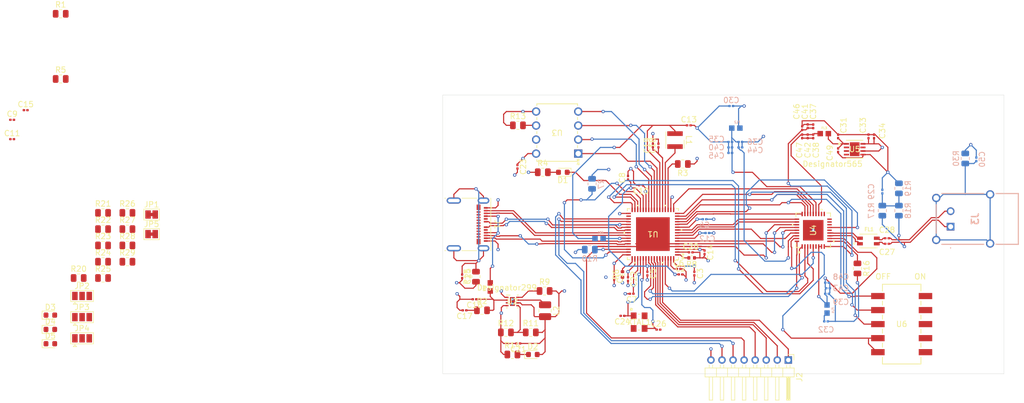
<source format=kicad_pcb>
(kicad_pcb (version 20240108) (generator "pcbnew") (generator_version "8.0")
  (layers (0 "F.Cu" signal) (1 "In1.Cu" power "Ground") (2 "In2.Cu" power "3v3Power") (31 "B.Cu" signal) (34 "B.Paste" user) (35 "F.Paste" user) (36 "B.SilkS" user "B.Silkscreen") (37 "F.SilkS" user "F.Silkscreen") (38 "B.Mask" user) (39 "F.Mask" user) (44 "Edge.Cuts" user))
  (net 0 "")
  (net 1 "GND")
  (net 2 "VDD33A")
  (net 3 "VDD12A")
  (net 4 "Net-(U1-VDD25_REG_OUT)")
  (net 5 "VDD12")
  (net 6 "5V")
  (net 7 "Net-(U2-EN)")
  (net 8 "Net-(U1-REF_FILT)")
  (net 9 "XI")
  (net 10 "USB_SHIELD")
  (net 11 "XO")
  (net 12 "Net-(C29-Pad1)")
  (net 13 "Net-(J3-GND_1)")
  (net 14 "/ETH_SIDE/Vdd1.0")
  (net 15 "/ETH_SIDE/VddioA")
  (net 16 "/ETH_SIDE/Vdd1p0A")
  (net 17 "/ETH_SIDE/Vdda3p3")
  (net 18 "Net-(D1-A)")
  (net 19 "Net-(D1-K)")
  (net 20 "Net-(D2-K)")
  (net 21 "Net-(D3-A)")
  (net 22 "Net-(D3-K)")
  (net 23 "Net-(D4-K)")
  (net 24 "/ETH_SIDE/LED_1")
  (net 25 "Net-(D5-K)")
  (net 26 "Net-(D5-A)")
  (net 27 "VBUS")
  (net 28 "/ETH_SIDE/LED_0_STRP_ON")
  (net 29 "/ETH_SIDE/LED_0_STRP_OFF")
  (net 30 "GPIO4")
  (net 31 "GPIO7")
  (net 32 "GPIO10")
  (net 33 "GPIO8")
  (net 34 "GPIO9")
  (net 35 "GPIO6")
  (net 36 "GPIO5")
  (net 37 "/ETH_SIDE/LED_0")
  (net 38 "Net-(JP3-B)")
  (net 39 "/ETH_SIDE/RX_D0_STRP")
  (net 40 "/ETH_SIDE/RX_D1_STRP")
  (net 41 "Net-(JP4-B)")
  (net 42 "/ETH_SIDE/RX_D2_STRP")
  (net 43 "Net-(JP5-B)")
  (net 44 "VDD12_SW_OUT")
  (net 45 "Net-(U2-SW)")
  (net 46 "Net-(U1-CLK125)")
  (net 47 "Net-(U1-EECS{slash}GPIO0)")
  (net 48 "USBRBIAS")
  (net 49 "RESET_N")
  (net 50 "Net-(U1-REF_REXT)")
  (net 51 "Net-(U2-PG)")
  (net 52 "TEST")
  (net 53 "Net-(U2-FB)")
  (net 54 "Net-(U3-ORG)")
  (net 55 "Net-(R16-Pad1)")
  (net 56 "Net-(U1-EECLK{slash}GPIO3)")
  (net 57 "RXD2")
  (net 58 "RXC")
  (net 59 "TXD3")
  (net 60 "RX_CTL")
  (net 61 "TXC")
  (net 62 "TXD0")
  (net 63 "RXD1")
  (net 64 "TXD2")
  (net 65 "Net-(U1-EEDO{slash}GPIO2)")
  (net 66 "TXD1")
  (net 68 "RXD3")
  (net 69 "TX_CTL")
  (net 70 "Net-(U1-EEDI{slash}GPIO1)")
  (net 71 "RXD0")
  (net 73 "PHY_RESET_N")
  (net 74 "MDC")
  (net 76 "PHY_INT_N")
  (net 79 "/ETH_SIDE/TRD_P")
  (net 81 "REF_25CLK")
  (net 84 "/ETH_SIDE/TRD_N")
  (net 85 "/ETH_SIDE/BI_DA+")
  (net 86 "/ETH_SIDE/BI_DA-")
  (net 87 "MDIO")
  (net 98 "/USB_SIDE/USB2_P")
  (net 99 "/USB_SIDE/USB2_N")
  (net 100 "/ETH_SIDE/LED_0_DIP")
  (net 101 "/USB_SIDE/USB3_TXN")
  (net 102 "/USB_SIDE/USB3_RXN")
  (net 103 "/USB_SIDE/USB3_RXP")
  (net 104 "/USB_SIDE/USB3_TXP")
  (footprint "Capacitor_SMD:C_0201_0603Metric" (layer "F.Cu") (at 217.5 57 -90)
    (property "Reference" "C46")
    (property "Value" "10nF")
  )
  (footprint "Resistor_SMD:R_0805_2012Metric" (layer "F.Cu") (at 95.455 78.25)
    (property "Reference" "R28")
    (property "Value" "2.49k")
  )
  (footprint "Capacitor_SMD:C_0201_0603Metric" (layer "F.Cu") (at 218.5 56.655 -90)
    (property "Reference" "C41")
    (property "Value" "100nF")
  )
  (footprint "LED_SMD:LED_0603_1608Metric" (layer "F.Cu") (at 174.2125 65 180)
    (property "Reference" "D1")
    (property "Value" "GREEN")
  )
  (footprint "Jumper:SolderJumper-2_P1.3mm_Bridged_Pad1.0x1.5mm" (layer "F.Cu") (at 99.835 72.65)
    (property "Reference" "JP1")
    (property "Value" "Jumper_2_Bridged")
  )
  (footprint "Capstone_Footprints:DSG0008A" (layer "F.Cu") (at 165.0875 88.399999)
    (property "Reference" "U2")
    (property "Value" "TPS62162QDSGRQ1")
  )
  (footprint "Resistor_SMD:R_0805_2012Metric" (layer "F.Cu") (at 91.045 75.3)
    (property "Reference" "R22")
    (property "Value" "470")
  )
  (footprint "Capstone_Footprints:FIL_DLW32MH101XT2L" (layer "F.Cu") (at 229.475 77.4464)
    (property "Reference" "FL1")
    (property "Value" "DLW32MH101XT2L")
  )
  (footprint "Capacitor_SMD:C_0201_0603Metric" (layer "F.Cu") (at 218.5 58.5 -90)
    (property "Reference" "C42")
    (property "Value" "100nF")
  )
  (footprint "Resistor_SMD:R_0805_2012Metric" (layer "F.Cu") (at 95.455 81.2)
    (property "Reference" "R29")
    (property "Value" "2.49k")
  )
  (footprint "Capacitor_SMD:C_0201_0603Metric" (layer "F.Cu") (at 224 61 90)
    (property "Reference" "C49")
    (property "Value" "10uF")
  )
  (footprint "Resistor_SMD:R_0805_2012Metric" (layer "F.Cu") (at 91.045 72.35)
    (property "Reference" "R21")
    (property "Value" "2.49k")
  )
  (footprint "LED_SMD:LED_0603_1608Metric" (layer "F.Cu") (at 81.515 96.05)
    (property "Reference" "D5")
    (property "Value" "LED")
  )
  (footprint "Jumper:SolderJumper-3_P1.3mm_Open_Pad1.0x1.5mm" (layer "F.Cu") (at 87.255 95.07)
    (property "Reference" "JP4")
    (property "Value" "Jumper_2_Open")
  )
  (footprint "Capacitor_SMD:C_0201_0603Metric" (layer "F.Cu") (at 232.845 77.9464)
    (property "Reference" "C27")
    (property "Value" "0.1uF")
  )
  (footprint "Resistor_SMD:R_0402_1005Metric" (layer "F.Cu") (at 197.51 80.5 180)
    (property "Reference" "R8")
    (property "Value" "2k")
  )
  (footprint "Resistor_SMD:R_0805_2012Metric" (layer "F.Cu") (at 195.9125 63.5 180)
    (property "Reference" "R3")
    (property "Value" "10k")
  )
  (footprint "Inductor_SMD:L_1008_2520Metric" (layer "F.Cu") (at 171 90.075 -90)
    (property "Reference" "L2")
    (property "Value" "2.2uH")
  )
  (footprint "Resistor_SMD:R_0805_2012Metric" (layer "F.Cu") (at 165.0875 98)
    (property "Reference" "R14")
    (property "Value" "10k")
  )
  (footprint "Capacitor_SMD:C_0201_0603Metric" (layer "F.Cu") (at 230.5 58.5 -90)
    (property "Reference" "C34")
    (property "Value" "1uF")
  )
  (footprint "Resistor_SMD:R_0805_2012Metric" (layer "F.Cu") (at 83.385 48.1)
    (property "Reference" "R5")
    (property "Value" "10k")
  )
  (footprint "Resistor_SMD:R_0805_2012Metric" (layer "F.Cu") (at 227.5 82.4125 -90)
    (property "Reference" "R16")
    (property "Value" "10k")
  )
  (footprint "Jumper:SolderJumper-3_P1.3mm_Open_Pad1.0x1.5mm" (layer "F.Cu") (at 87.255 91.235)
    (property "Reference" "JP3")
    (property "Value" "Jumper_2_Open")
  )
  (footprint "Capacitor_SMD:C_0201_0603Metric" (layer "F.Cu") (at 195.155 82.5)
    (property "Reference" "C6")
    (property "Value" "1uF")
  )
  (footprint "Capacitor_SMD:C_0201_0603Metric" (layer "F.Cu") (at 189.5 83.345 -90)
    (property "Reference" "C5")
    (property "Value" "0.1uF")
  )
  (footprint "Capstone_Footprints:BEADC1608X95N" (layer "F.Cu") (at 221.5 58 180)
    (property "Reference" "FL3")
    (property "Value" "BLM18KG601SH1D")
  )
  (footprint "LED_SMD:LED_0603_1608Metric" (layer "F.Cu") (at 81.515 90.87)
    (property "Reference" "D3")
    (property "Value" "LED")
  )
  (footprint "Capacitor_SMD:C_0201_0603Metric" (layer "F.Cu") (at 197 56.5)
    (property "Reference" "C13")
    (property "Value" "22uF")
  )
  (footprint "Capacitor_SMD:C_0201_0603Metric" (layer "F.Cu") (at 198 83.345 -90)
    (property "Reference" "C3")
    (property "Value" "1uF")
  )
  (footprint "Capacitor_SMD:C_0201_0603Metric" (layer "F.Cu") (at 199.845 79.5 -90)
    (property "Reference" "C14")
    (property "Value" "0.1uF")
  )
  (footprint "Connector_PinHeader_2.00mm:PinHeader_1x08_P2.00mm_Horizontal" (layer "F.Cu") (at 215 99 -90)
    (property "Reference" "J2")
    (property "Value" "Conn_01x08")
  )
  (footprint "Capacitor_SMD:C_0201_0603Metric" (layer "F.Cu") (at 191.5 60.155 90)
    (property "Reference" "C18")
    (property "Value" "4.7uF")
  )
  (footprint "Capacitor_SMD:C_0201_0603Metric" (layer "F.Cu") (at 191.5 93.5)
    (property "Reference" "C26")
    (property "Value" "16pf")
  )
  (footprint "Capacitor_SMD:C_0201_0603Metric" (layer "F.Cu") (at 166.155 96 180)
    (property "Reference" "C21")
    (property "Value" "22uF")
  )
  (footprint "Capacitor_SMD:C_0201_0603Metric" (layer "F.Cu") (at 77.055 53.75)
    (property "Reference" "C15")
    (property "Value" "0.1uF")
  )
  (footprint "Capstone_Footprints:SW5_219SMT" (layer "F.Cu") (at 235.5 92.5)
    (property "Reference" "U6")
    (property "Value" "219-5MST")
  )
  (footprint "Connector_USB:USB_C_Receptacle_Molex_105450-0101" (layer "F.Cu") (at 157.055 74.445 -90)
    (property "Reference" "J1")
    (property "Value" "USB_C_Receptacle")
  )
  (footprint "LED_SMD:LED_0603_1608Metric" (layer "F.Cu") (at 168.7875 98)
    (property "Reference" "D2")
    (property "Value" "GREEN")
  )
  (footprint "Capacitor_SMD:C_0201_0603Metric" (layer "F.Cu") (at 186 66 90)
    (property "Reference" "C8")
    (property "Value" "0.1uF")
  )
  (footprint "Resistor_SMD:R_0805_2012Metric" (layer "F.Cu") (at 170.5875 65)
    (property "Reference" "R4")
    (property "Value" "1k")
  )
  (footprint "Jumper:SolderJumper-2_P1.3mm_Bridged_Pad1.0x1.5mm" (layer "F.Cu") (at 99.835 76.2)
    (property "Reference" "JP5")
    (property "Value" "Jumper_2_Bridged")
  )
  (footprint "Capacitor_SMD:C_0201_0603Metric" (layer "F.Cu") (at 156.4325 90 180)
    (property "Reference" "C17")
    (property "Value" "0.1uF")
  )
  (footprint "Resistor_SMD:R_0805_2012Metric" (layer "F.Cu") (at 158.5 83.9125 90)
    (property "Reference" "R15")
    (property "Value" "330R")
  )
  (footprint "Capacitor_SMD:C_0201_0603Metric" (layer "F.Cu") (at 195.5 83.5)
    (property "Reference" "C2")
    (property "Value" "0.1uF")
  )
  (footprint "Capacitor_SMD:C_0201_0603Metric" (layer "F.Cu") (at 186.655 87 180)
    (property "Reference" "C7")
    (property "Value" "0.1uF")
  )
  (footprint "Capstone_Footprints:ECX-2236B2_ECS" (layer "F.Cu") (at 188.0094 92.143)
    (property "Reference" "XTAL1")
    (property "Value" "ECS-250-18-36B2-CTY-TR")
  )
  (footprint "Capacitor_SMD:C_0201_0603Metric" (layer "F.Cu") (at 185 91 180)
    (property "Reference" "C24")
    (property "Value" "16pf")
  )
  (footprint "Capstone_Footprints:BEADC1608X95N" (layer "F.Cu") (at 161.0875 85.765 90)
    (property "Reference" "FB2")
    (property "Value" "FerriteBead")
  )
  (footprint "Capacitor_SMD:C_0201_0603Metric" (layer "F.Cu") (at 158.2425 88 180)
    (property "Reference" "C16")
    (property "Value" "10uF")
  )
  (footprint "Resistor_SMD:R_0805_2012Metric" (layer "F.Cu") (at 163.9125 94)
    (property "Reference" "R12")
    (property "Value" "150k")
  )
  (footprint "Capacitor_SMD:C_0201_0603Metric" (layer "F.Cu") (at 197.345 79.5)
    (property "Reference" "C20")
    (property "Value" "1uF")
  )
  (footprint "Capacitor_SMD:C_0201_0603Metric" (layer "F.Cu") (at 74.605 55.5)
    (property "Reference" "C9")
    (property "Value" "0.1uF")
  )
  (footprint "Resistor_SMD:R_0805_2012Metric" (layer "F.Cu") (at 83.385 36.3)
    (property "Reference" "R1")
    (property "Value" "1k")
  )
  (footprint "Resistor_SMD:R_0805_2012Metric" (layer "F.Cu") (at 166.0875 56.5)
    (property "Reference" "R13")
    (property "Value" "10k")
  )
  (footprint "Capacitor_SMD:C_0201_0603Metric" (layer "F.Cu") (at 188.345 67.345 180)
    (property "Reference" "C10")
    (property "Value" "0.1uF")
  )
  (footprint "Capstone_Footprints:VQFN36_6X6_TEX" (layer "F.Cu") (at 219.5 75.5 90)
    (property "Reference" "U4")
    (property "Value" "DP83TG720SWRHARQ1")
  )
  (footprint "Resistor_SMD:R_0805_2012Metric" (layer "F.Cu") (at 159.5875 90)
    (property "Reference" "R2")
    (property "Value" "10k")
  )
  (footprint "LED_SMD:LED_0603_1608Metric" (layer "F.Cu") (at 81.515 93.46)
    (property "Reference" "D4")
    (property "Value" "LED")
  )
  (footprint "Capacitor_SMD:C_0201_0603Metric" (layer "F.Cu") (at 219.5 58.5 -90)
    (property "Reference" "C38")
    (property "Value" "2.2uF")
  )
  (footprint "Resistor_SMD:R_0402_1005Metric" (layer "F.Cu") (at 185 83.51 90)
    (property "Reference" "R6")
    (property "Value" "12k")
  )
  (footprint "Resistor_SMD:R_0805_2012Metric" (layer "F.Cu") (at 95.455 72.35)
    (property "Reference" "R26")
    (property "Value" "2.49k")
  )
  (footprint "Capacitor_SMD:C_0201_0603Metric" (layer "F.Cu") (at 74.605 59)
    (property "Reference" "C11")
    (property "Value" "0.1uF")
  )
  (footprint "Resistor_SMD:R_0805_2012Metric" (layer "F.Cu") (at 91.045 78.25)
    (property "Reference" "R23")
    (property "Value" "470")
  )
  (footprint "Capacitor_SMD:C_0201_0603Metric" (layer "F.Cu") (at 186 84.345 -90)
    (property "Reference" "C22")
    (property "Value" "0.1uF")
  )
  (footprint "Capstone_Footprints:PDIP8_300MC_MCH" (layer "F.Cu") (at 177 61.62 180)
    (property "Reference" "U3")
    (property "Value" "93C56A-I/P")
  )
  (footprint "Resistor_SMD:R_0805_2012Metric" (layer "F.Cu") (at 168.4125 94)
    (property "Reference" "R11")
    (property "Value" "470k")
  )
  (footprint "Capacitor_SMD:C_0201_0603Metric" (layer "F.Cu") (at 183.5 84.155 -90)
    (property "Reference" "C1")
    (property "Value" "0.1uF")
  )
  (footprint "Capacitor_SMD:C_0201_0603Metric" (layer "F.Cu") (at 232.845 76.9464 180)
    (property "Reference" "C28")
    (property "Value" "0.1uF")
  )
  (footprint "Capacitor_SMD:C_0201_0603Metric" (layer "F.Cu") (at 166 64 -90)
    (property "Reference" "C23")
    (property "Value" "0.1uF")
  )
  (footprint "Resistor_SMD:R_0805_2012Metric" (layer "F.Cu") (at 170.9125 86.5)
    (property "Reference" "R9")
    (property "Value" "100k")
  )
  (footprint "Inductor_SMD_Wurth:L_Wurth_WE-LQSH-3012" (layer "F.Cu") (at 194.5 59.175 -90)
    (property "Reference" "L1")
    (property "Value" "3.3uH")
  )
  (footprint "Resistor_SMD:R_0805_2012Metric" (layer "F.Cu") (at 91.045 81.2)
    (property "Reference" "R24")
    (property "Value" "2.49k")
  )
  (footprint "Capacitor_SMD:C_0201_0603Metric" (layer "F.Cu") (at 224 58.5 90)
    (property "Reference" "C31")
    (property "Value" "1uF")
  )
  (footprint "Capacitor_SMD:C_0201_0603Metric" (layer "F.Cu") (at 190.5 60.155 90)
    (property "Reference" "C19")
    (property "Value" "0.1uF")
  )
  (footprint "Capacitor_SMD:C_0201_0603Metric" (layer "F.Cu") (at 156 83.845 -90)
    (property "Reference" "C25")
    (property "Value" "0.1uF")
  )
  (footprint "Capacitor_SMD:C_0201_0603Metric" (layer "F.Cu") (at 217.5 58.5 -90)
    (property "Reference" "C47")
    (property "Value" "10nF")
  )
  (footprint "Capacitor_SMD:C_0201_0603Metric" (layer "F.Cu") (at 219.5 56.68 -90)
    (property "Reference" "C37")
    (property "Value" "2.2uF")
  )
  (footprint "Capstone_Footprints:DRB0008J-IPC_A" (layer "F.Cu") (at 227 60.825001)
    (property "Reference" "U5")
    (property "Value" "TPS784105QWDRBRQ1")
  )
  (footprint "Capacitor_SMD:C_0201_0603Metric" (layer "F.Cu") (at 229.5 58.5 -90)
    (property "Reference" "C33")
    (property "Value" "10uF")
  )
  (footprint "Jumper:SolderJumper-3_P1.3mm_Open_Pad1.0x1.5mm" (layer "F.Cu") (at 87.255 87.4)
    (property "Reference" "JP2")
    (property "Value" "Jumper_2_Open")
  )
  (footprint "Capstone_Footprints:SQFN64_9JX_MCH" (layer "F.Cu") (at 190.5 76.2 180)
    (property "Reference" "U1")
    (property "Value" "LAN7801-I/9JX")
  )
  (footprint "Resistor_SMD:R_0805_2012Metric" (layer "F.Cu") (at 86.635 84.15)
    (property "Reference" "R20")
    (property "Value" "2.2k")
  )
  (footprint "Resistor_SMD:R_0805_2012Metric" (layer "F.Cu") (at 91.045 84.15)
    (property "Reference" "R25")
    (property "Value" "470")
  )
  (footprint "Resistor_SMD:R_0805_2012Metric" (layer "F.Cu") (at 95.455 75.3)
    (property "Reference" "R27")
    (property "Value" "2.49k")
  )
  (footprint "Capstone_Footprints:BEADC1608X95N" (layer "B.Cu") (at 180.765 77 180)
    (property "Reference" "FB1")
    (property "Value" "FerriteBead")
  )
  (footprint "Capstone_Footprints:BEADC1608X95N" (layer "B.Cu") (at 205.5 57 180)
    (property "Reference" "FL2")
    (property "Value" "BLM18KG601SH1D")
  )
  (footprint "Resistor_SMD:R_0805_2012Metric" (layer "B.Cu") (at 179.5 67.0875 90)
    (property "Reference" "R7")
    (property "Value" "10k")
  )
  (footprint "Resistor_SMD:R_0805_2012Metric" (layer "B.Cu") (at 179.0875 79)
    (property "Reference" "R10")
    (property "Value" "10k")
  )
  (footprint "Resistor_SMD:R_0805_2012Metric" (layer "B.Cu") (at 235 71.9464 90)
    (property "Reference" "R18")
    (property "Value" "1k 1%")
  )
  (footprint "Capacitor_SMD:C_0201_0603Metric" (layer "B.Cu") (at 204.5 59.5)
    (property "Reference" "C35")
    (property "Value" "2.2uF")
  )
  (footprint "Capacitor_SMD:C_0201_0603Metric" (layer "B.Cu") (at 204.68 53 180)
    (property "Reference" "C30")
    (property "Value" "1uF")
  )
  (footprint "Resistor_SMD:R_0805_2012Metric" (layer "B.Cu") (at 247 62.5 -90)
    (property "Reference" "R30")
    (property "Value" "330R")
  )
  (footprint "Capacitor_SMD:C_0201_0603Metric" (layer "B.Cu") (at 249 62.655 90)
    (property "Reference" "C50")
    (property "Value" "0.1uF")
  )
  (footprint "Capacitor_SMD:C_0201_0603Metric" (layer "B.Cu") (at 200.345 76)
    (property "Reference" "C12")
    (property "Value" "0.1uF")
  )
  (footprint "Capacitor_SMD:C_0201_0603Metric" (layer "B.Cu") (at 199.845 73.5)
    (property "Reference" "C4")
    (property "Value" "0.1uF")
  )
  (footprint "Capstone_Footprints:BEADC1608X95N" (layer "B.Cu") (at 222 89.765 90)
    (property "Reference" "FL4")
    (property "Value" "BLM18KG601SH1D")
  )
  (footprint "Capacitor_SMD:C_0201_0603Metric" (layer "B.Cu") (at 204.5 61.5)
    (property "Reference" "C45")
    (property "Value" "10nF")
  )
  (footprint "Capacitor_SMD:C_0201_0603Metric" (layer "B.Cu") (at 204.5 60.5)
    (property "Reference" "C40")
    (property "Value" "100nF")
  )
  (footprint "Capacitor_SMD:C_0201_0603Metric" (layer "B.Cu") (at 222 85 180)
    (property "Reference" "C48")
    (property "Value" "10nF")
  )
  (footprint "Capacitor_SMD:C_0201_0603Metric" (layer "B.Cu") (at 221.82 92)
    (property "Reference" "C32")
    (property "Value" "1uF")
  )
  (footprint "Capacitor_SMD:C_0201_0603Metric" (layer "B.Cu") (at 222.18 86 180)
    (property "Reference" "C43")
    (property "Value" "100nF")
  )
  (footprint "Capacitor_SMD:C_0201_0603Metric" (layer "B.Cu") (at 206.32 59.5)
    (property "Reference" "C36")
    (property "Value" "100nF")
  )
  (footprint "Capacitor_SMD:C_0201_0603Metric" (layer "B.Cu") (at 206.32 60.5)
    (property "Reference" "C44")
    (property "Value" "10nF")
  )
  (footprint "Capstone_Footprints:09452812810" (layer "B.Cu") (at 244.35 74.85 -90)
    (property "Reference" "J3")
    (property "Value" "09452812810" (hide yes))
  )
  (footprint "Capacitor_SMD:C_0201_0603Metric" (layer "B.Cu") (at 232 68.5 90)
    (property "Reference" "C29")
    (property "Value" "4.7nF")
  )
  (footprint "Capacitor_SMD:C_0201_0603Metric" (layer "B.Cu") (at 222 87 180)
    (property "Reference" "C39")
    (property "Value" "2.2uF")
  )
  (footprint "Resistor_SMD:R_0805_2012Metric" (layer "B.Cu") (at 232 71.9464 90)
    (property "Reference" "R17")
    (property "Value" "1k 1%")
  )
  (footprint "Resistor_SMD:R_0805_2012Metric" (layer "B.Cu") (at 235 67.9125 90)
    (property "Reference" "R19")
    (property "Value" "100k 1%")
  )
  (gr_rect (start 152.5 51) (end 254 101.5) (stroke (width 0.05)) (fill none) (layer "Edge.Cuts"))
  (segment (start 196 82.5) (end 196.5 83) (width 0.2) (layer "F.Cu") (net 1))
  (segment (start 217.5 58.82) (end 218.5 58.82) (width 0.2) (layer "F.Cu") (net 1))
  (segment (start 199.845 79.82) (end 199.845 80.155) (width 0.2) (layer "F.Cu") (net 1))
  (segment (start 161.945 77.445) (end 162.5 78) (width 0.2) (layer "F.Cu") (net 1))
  (segment (start 162.5 78) (end 162.5 79) (width 0.2) (layer "F.Cu") (net 1))
  (segment (start 163 94) (end 163 90.5875) (width 0.2) (layer "F.Cu") (net 1))
  (segment (start 229.5 58.18) (end 230.5 58.18) (width 0.2) (layer "F.Cu") (net 1))
  (segment (start 198.5 63) (end 198.5 62.5) (width 0.2) (layer "F.Cu") (net 1))
  (segment (start 185 84.02) (end 185 85) (width 0.2) (layer "F.Cu") (net 1))
  (segment (start 165.365 56.54) (end 165.325 56.5) (width 0.2) (layer "F.Cu") (net 1))
  (segment (start 163.737498 87.649998) (end 163.0875 87) (width 0.2) (layer "F.Cu") (net 1))
  (segment (start 164.175 98) (end 163.5 98) (width 0.2) (layer "F.Cu") (net 1))
  (segment (start 163.5 56) (end 163.5 54.5) (width 0.2) (layer "F.Cu") (net 1))
  (segment (start 230.5 58.18) (end 230.699999 58.18) (width 0.2) (layer "F.Cu") (net 1))
  (segment (start 163.5 98) (end 163 97.5) (width 0.2) (layer "F.Cu") (net 1))
  (segment (start 160.27 77.445) (end 161.945 77.445) (width 0.2) (layer "F.Cu") (net 1))
  (segment (start 197.32 56.5) (end 198 56.5) (width 0.2) (layer "F.Cu") (net 1))
  (segment (start 224 58.18) (end 229.5 58.18) (width 0.2) (layer "F.Cu") (net 1))
  (segment (start 229.8 61.8) (end 228.490533 61.8) (width 0.2) (layer "F.Cu") (net 1))
  (segment (start 166 64.32) (end 166 65) (width 0.2) (layer "F.Cu") (net 1))
  (segment (start 155.5875 87.5) (end 155.0875 87) (width 0.2) (layer "F.Cu") (net 1))
  (segment (start 195.475 82.5) (end 196 82.5) (width 0.2) (layer "F.Cu") (net 1))
  (segment (start 163.437503 89.149997) (end 163.0875 89.5) (width 0.2) (layer "F.Cu") (net 1))
  (segment (start 218.525 56.36) (end 218.5 56.335) (width 0.2) (layer "F.Cu") (net 1))
  (segment (start 199.5 80.5) (end 199 80.5) (width 0.2) (layer "F.Cu") (net 1))
  (segment (start 196.5 84) (end 196.5 84.5) (width 0.2) (layer "F.Cu") (net 1))
  (segment (start 228.490533 62.151236) (end 228.490533 61.8) (width 0.2) (layer "F.Cu") (net 1))
  (segment (start 162.055 71.445) (end 162.5 71) (width 0.2) (layer "F.Cu") (net 1))
  (segment (start 163.5 96) (end 165.835 96) (width 0.2) (layer "F.Cu") (net 1))
  (segment (start 186 64.845) (end 186.5 64.345) (width 0.2) (layer "F.Cu") (net 1))
  (segment (start 155.5875 88) (end 155.5875 87.5) (width 0.2) (layer "F.Cu") (net 1))
  (segment (start 165.175 56.5) (end 164 56.5) (width 0.2) (layer "F.Cu") (net 1))
  (segment (start 183.5 84.475) (end 183.5 85.5) (width 0.2) (layer "F.Cu") (net 1))
  (segment (start 163 95.5) (end 163.5 96) (width 0.2) (layer "F.Cu") (net 1))
  (segment (start 163 97.5) (end 163 95.5) (width 0.2) (layer "F.Cu") (net 1))
  (segment (start 155.5875 88) (end 157.9225 88) (width 0.2) (layer "F.Cu") (net 1))
  (segment (start 198 83.665) (end 198 85) (width 0.2) (layer "F.Cu") (net 1))
  (segment (start 187.5 67.345) (end 187 66.845) (width 0.2) (layer "F.Cu") (net 1))
  (segment (start 155.0875 89.5) (end 155.0875 88.5) (width 0.2) (layer "F.Cu") (net 1))
  (segment (start 164.137499 89.149997) (end 163.437503 89.149997) (width 0.2) (layer "F.Cu") (net 1))
  (segment (start 163.0875 87) (end 163.0875 86.5) (width 0.2) (layer "F.Cu") (net 1))
  (segment (start 158 86) (end 156.5 86) (width 0.2) (layer "F.Cu") (net 1))
  (segment (start 196.5 83) (end 196.5 84) (width 0.2) (layer "F.Cu") (net 1))
  (segment (start 164 56.5) (end 163.5 56) (width 0.2) (layer "F.Cu") (net 1))
  (segment (start 189.5 83.665) (end 189.5 84.5) (width 0.2) (layer "F.Cu") (net 1))
  (segment (start 158.5 85.5) (end 158 86) (width 0.2) (layer "F.Cu") (net 1))
  (segment (start 166 65) (end 165.5 65.5) (width 0.2) (layer "F.Cu") (net 1))
  (segment (start 197.665 79.5) (end 199 79.5) (width 0.2) (layer "F.Cu") (net 1))
  (segment (start 155.5 85) (end 155 85) (width 0.2) (layer "F.Cu") (net 1))
  (segment (start 186.335 87) (end 185.5 87) (width 0.2) (layer "F.Cu") (net 1))
  (segment (start 224 61.549999) (end 224.825002 62.375001) (width 0.2) (layer "F.Cu") (net 1))
  (segment (start 187 66.845) (end 187 64.845) (width 0.2) (layer "F.Cu") (net 1))
  (segment (start 155.0875 88.5) (end 155.5875 88) (width 0.2) (layer "F.Cu") (net 1))
  (segment (start 163 90.5875) (end 163.0875 90.5) (width 0.2) (layer "F.Cu") (net 1))
  (segment (start 155.5875 90) (end 155.0875 89.5) (width 0.2) (layer "F.Cu") (net 1))
  (segment (start 196 83.5) (end 196.5 84) (width 0.2) (layer "F.Cu") (net 1))
  (segment (start 201 97) (end 201 99) (width 0.2) (layer "F.Cu") (net 1))
  (segment (start 219.5 58.82) (end 218.5 58.82) (width 0.2) (layer "F.Cu") (net 1))
  (segment (start 224 58.18) (end 221.5 55.68) (width 0.2) (layer "F.Cu") (net 1))
  (segment (start 218.5 56.335) (end 217.845 56.335) (width 0.2) (layer "F.Cu") (net 1))
  (segment (start 158.5 84.825) (end 158.5 85.5) (width 0.2) (layer "F.Cu") (net 1))
  (segment (start 162.5 71) (end 162.5 70) (width 0.2) (layer "F.Cu") (net 1))
  (segment (start 199 79.5) (end 199 80.5) (width 0.2) (layer "F.Cu") (net 1))
  (segment (start 198 56.5) (end 198.5 57) (width 0.2) (layer "F.Cu") (net 1))
  (segment (start 219.5 56.36) (end 218.525 56.36) (width 0.2) (layer "F.Cu") (net 1))
  (segment (start 200 80.5) (end 200.5 81) (width 0.2) (layer "F.Cu") (net 1))
  (segment (start 163 94) (end 163 95.5) (width 0.2) (layer "F.Cu") (net 1))
  (segment (start 160.27 71.445) (end 162.055 71.445) (width 0.2) (layer "F.Cu") (net 1))
  (segment (start 195.82 83.5) (end 196 83.5) (width 0.2) (layer "F.Cu") (net 1))
  (segment (start 186 65.68) (end 186 64.845) (width 0.2) (layer "F.Cu") (net 1))
  (segment (start 233 60.480001) (end 233 65) (width 0.2) (layer "F.Cu") (net 1))
  (segment (start 156.5 86) (end 155.5 85) (width 0.2) (layer "F.Cu") (net 1))
  (segment (start 191.5 59) (end 190.5 59) (width 0.2) (layer "F.Cu") (net 1))
  (segment (start 230.699999 58.18) (end 233 60.480001) (width 0.2) (layer "F.Cu") (net 1))
  (segment (start 221.5 55.68) (end 219.5 55.68) (width 0.2) (layer "F.Cu") (net 1))
  (segment (start 233 65) (end 229.8 61.8) (width 0.2) (layer "F.Cu") (net 1))
  (segment (start 199.5 80.5) (end 200 80.5) (width 0.2) (layer "F.Cu") (net 1))
  (segment (start 156 84.5) (end 155.5 85) (width 0.2) (layer "F.Cu") (net 1))
  (segment (start 217.845 56.335) (end 217.5 56.68) (width 0.2) (layer "F.Cu") (net 1))
  (segment (start 227.5 83.325) (end 227.5 85) (width 0.2) (layer "F.Cu") (net 1))
  (segment (start 164 54) (end 167 54) (width 0.2) (layer "F.Cu") (net 1))
  (segment (start 191.5 59.835) (end 191.5 59) (width 0.2) (layer "F.Cu") (net 1))
  (segment (start 163.5 54.5) (end 164 54) (width 0.2) (layer "F.Cu") (net 1))
  (segment (start 156 84.165) (end 156 84.5) (width 0.2) (layer "F.Cu") (net 1))
  (segment (start 224.825002 62.375001) (end 228.266768 62.375001) (width 0.2) (layer "F.Cu") (net 1))
  (segment (start 188.025 67.345) (end 187.5 67.345) (width 0.2) (layer "F.Cu") (net 1))
  (segment (start 186 84.665) (end 186 85.5) (width 0.2) (layer "F.Cu") (net 1))
  (segment (start 198 63.5) (end 198.5 63) (width 0.2) (layer "F.Cu") (net 1))
  (segment (start 190.5 59) (end 190.5 59.835) (width 0.2) (layer "F.Cu") (net 1))
  (segment (start 190.5 58) (end 190.5 59) (width 0.2) (layer "F.Cu") (net 1))
  (segment (start 164.137499 87.649998) (end 163.737498 87.649998) (width 0.2) (layer "F.Cu") (net 1))
  (segment (start 187 64.845) (end 186.5 64.345) (width 0.2) (layer "F.Cu") (net 1))
  (segment (start 224 61.32) (end 224 61.549999) (width 0.2) (layer "F.Cu") (net 1))
  (segment (start 169.38 54) (end 167 54) (width 0.2) (layer "F.Cu") (net 1))
  (segment (start 199 80.5) (end 198.02 80.5) (width 0.2) (layer "F.Cu") (net 1))
  (segment (start 217.5 55.68) (end 217.5 56.68) (width 0.2) (layer "F.Cu") (net 1))
  (segment (start 156.1125 90) (end 155.5875 90) (width 0.2) (layer "F.Cu") (net 1))
  (segment (start 196.825 63.5) (end 198 63.5) (width 0.2) (layer "F.Cu") (net 1))
  (segment (start 217.5 55.68) (end 219.5 55.68) (width 0.2) (layer "F.Cu") (net 1))
  (segment (start 199.845 80.155) (end 199.5 80.5) (width 0.2) (layer "F.Cu") (net 1))
  (segment (start 163.0875 89.5) (end 163.0875 90.5) (width 0.2) (layer "F.Cu") (net 1))
  (segment (start 228.266768 62.375001) (end 228.490533 62.151236) (width 0.2) (layer "F.Cu") (net 1))
  (via (at 162.5 70) (size 0.6) (drill 0.3) (layers "F.Cu" "B.Cu") (net 1))
  (via (at 233 65) (size 0.6) (drill 0.3) (layers "F.Cu" "B.Cu") (net 1))
  (via (at 162.5 79) (size 0.6) (drill 0.3) (layers "F.Cu" "B.Cu") (net 1))
  (via (at 219.5 75.5) (size 0.6) (drill 0.3) (layers "F.Cu" "B.Cu") (net 1))
  (via (at 183.5 85.5) (size 0.6) (drill 0.3) (layers "F.Cu" "B.Cu") (net 1))
  (via (at 200.5 81) (size 0.6) (drill 0.3) (layers "F.Cu" "B.Cu") (net 1))
  (via (at 210.5 58.5) (size 0.6) (drill 0.3) (layers "F.Cu" "B.Cu") (net 1))
  (via (at 185 85) (size 0.6) (drill 0.3) (layers "F.Cu" "B.Cu") (net 1))
  (via (at 155.0875 87) (size 0.6) (drill 0.3) (layers "F.Cu" "B.Cu") (net 1))
  (via (at 167 54) (size 0.6) (drill 0.3) (layers "F.Cu" "B.Cu") (net 1))
  (via (at 189.5 84.5) (size 0.6) (drill 0.3) (layers "F.Cu" "B.Cu") (net 1))
  (via (at 190.5 58) (size 0.6) (drill 0.3) (layers "F.Cu" "B.Cu") (net 1))
  (via (at 163.0875 86.5) (size 0.6) (drill 0.3) (layers "F.Cu" "B.Cu") (net 1))
  (via (at 186 85.5) (size 0.6) (drill 0.3) (layers "F.Cu" "B.Cu") (net 1))
  (via (at 185.5 87) (size 0.6) (drill 0.3) (layers "F.Cu" "B.Cu") (net 1))
  (via (at 163.0875 90.5) (size 0.6) (drill 0.3) (layers "F.Cu" "B.Cu") (net 1))
  (via (at 198.5 57) (size 0.6) (drill 0.3) (layers "F.Cu" "B.Cu") (net 1))
  (via (at 248 60) (size 0.6) (drill 0.3) (layers "F.Cu" "B.Cu") (net 1))
  (via (at 201.5 73.5) (size 0.6) (drill 0.3) (layers "F.Cu" "B.Cu") (net 1))
  (via (at 186.5 64.345) (size 0.6) (drill 0.3) (layers "F.Cu" "B.Cu") (net 1))
  (via (at 201.5 76) (size 0.6) (drill 0.3) (layers "F.Cu" "B.Cu") (net 1))
  (via (at 155 85) (size 0.6) (drill 0.3) (layers "F.Cu" "B.Cu") (net 1))
  (via (at 165.5 65.5) (size 0.6) (drill 0.3) (layers "F.Cu" "B.Cu") (net 1))
  (via (at 227.5 85) (size 0.6) (drill 0.3) (layers "F.Cu" "B.Cu") (net 1))
  (via (at 201 97) (size 0.6) (drill 0.3) (layers "F.Cu" "B.Cu") (net 1))
  (via (at 198.5 62.5) (size 0.6) (drill 0.3) (layers "F.Cu" "B.Cu") (net 1))
  (via (at 198 85) (size 0.6) (drill 0.3) (layers "F.Cu" "B.Cu") (net 1))
  (via (at 196.5 84.5) (size 0.6) (drill 0.3) (layers "F.Cu" "B.Cu") (net 1))
  (via (at 176.5 79.5) (size 0.6) (drill 0.3) (layers "F.Cu" "B.Cu") (net 1))
  (segment (start 176.5 79.5) (end 177 79) (width 0.2) (layer "B.Cu") (net 1))
  (segment (start 249 62.335) (end 249 61) (width 0.2) (layer "B.Cu") (net 1))
  (segment (start 247 61) (end 248 60) (width 0.2) (layer "B.Cu") (net 1))
  (segment (start 223.5 88.18) (end 223.5 92) (width 0.2) (layer "B.Cu") (net 1))
  (segment (start 222.14 92) (end 223.5 92) (width 0.2) (layer "B.Cu") (net 1))
  (segment (start 226.848529 92) (end 227.7 91.148529) (width 0.2) (layer "B.Cu") (net 1))
  (segment (start 200.165 73.5) (end 201.5 73.5) (width 0.2) (layer "B.Cu") (net 1))
  (segment (start 222.32 87) (end 223.5 88.18) (width 0.2) (layer "B.Cu") (net 1))
  (segment (start 206.64 59.5) (end 206.64 60.5) (width 0.2) (layer "B.Cu") (net 1))
  (segment (start 247 61.5875) (end 247 61) (width 0.2) (layer "B.Cu") (net 1))
  (segment (start 209.5 59.5) (end 210.5 58.5) (width 0.2) (layer "B.Cu") (net 1))
  (segment (start 235 67) (end 233 65) (width 0.2) (layer "B.Cu") (net 1))
  (segment (start 204.18 59.5) (end 204.18 60.5) (width 0.2) (layer "B.Cu") (net 1))
  (segment (start 249 61) (end 248 60) (width 0.2) (layer "B.Cu") (net 1))
  (segment (start 201 59.5) (end 198.5 57) (width 0.2) (layer "B.Cu") (net 1))
  (segment (start 227.7 85.2) (end 227.5 85) (width 0.2) (layer "B.Cu") (net 1))
  (segment (start 204.36 53) (end 202.5 53) (width 0.2) (layer "B.Cu") (net 1))
  (segment (start 222.5 85.18) (end 222.5 86) (width 0.2) (layer "B.Cu") (net 1))
  (segment (start 232 66) (end 233 65) (width 0.2) (layer "B.Cu") (net 1))
  (segment (start 204.18 60.5) (end 204.18 61.5) (width 0.2) (layer "B.Cu") (net 1))
  (segment (start 204.18 59.5) (end 201 59.5) (width 0.2) (layer "B.Cu") (net 1))
  (segment (start 222.5 86) (end 222.5 86.82) (width 0.2) (layer "B.Cu") (net 1))
  (segment (start 200.665 76) (end 201.5 76) (width 0.2) (layer "B.Cu") (net 1))
  (segment (start 223.5 92) (end 226.848529 92) (width 0.2) (layer "B.Cu") (net 1))
  (segment (start 206.64 59.5) (end 206.64 59.36) (width 0.2) (layer "B.Cu") (net 1))
  (segment (start 177 79) (end 178.175 79) (width 0.2) (layer "B.Cu") (net 1))
  (segment (start 222.32 85) (end 222.5 85.18) (width 0.2) (layer "B.Cu") (net 1))
  (segment (start 232 68.18) (end 232 66) (width 0.2) (layer "B.Cu") (net 1))
  (segment (start 202.5 53) (end 198.5 57) (width 0.2) (layer "B.Cu") (net 1))
  (segment (start 227.7 91.148529) (end 227.7 85.2) (width 0.2) (layer "B.Cu") (net 1))
  (segment (start 222.5 86.82) (end 222.32 87) (width 0.2) (layer "B.Cu") (net 1))
  (segment (start 206.64 59.5) (end 209.5 59.5) (width 0.2) (layer "B.Cu") (net 1))
  (segment (start 192.249999 71.8058) (end 192.249999 62.404999) (width 0.2) (layer "F.Cu") (net 2))
  (segment (start 229.5 58.82) (end 229.5 59.850002) (width 0.2) (layer "F.Cu") (net 2))
  (segment (start 174 86.5) (end 174.5 86.5) (width 0.2) (layer "F.Cu") (net 2))
  (segment (start 173.5 87) (end 174 86.5) (width 0.2) (layer "F.Cu") (net 2))
  (segment (start 184.55 72.45) (end 184.5 72.5) (width 0.2) (layer "F.Cu") (net 2))
  (segment (start 169.675 65) (end 168 65) (width 0.2) (layer "F.Cu") (net 2))
  (segment (start 230.5 58.82) (end 230.5 59.850002) (width 0.2) (layer "F.Cu") (net 2))
  (segment (start 186.975 87) (end 186.975 85.525) (width 0.2) (layer "F.Cu") (net 2))
  (segment (start 191.5 61.655) (end 191.5 60.475) (width 0.2) (layer "F.Cu") (net 2))
  (segment (start 166.512501 88.649999) (end 166.862502 89) (width 0.2) (layer "F.Cu") (net 2))
  (segment (start 171.825 86.5) (end 173 86.5) (width 0.2) (layer "F.Cu") (net 2))
  (segment (start 171 93.5) (end 170.5 94) (width 0.2) (layer "F.Cu") (net 2))
  (segment (start 189.25 68.600001) (end 189.25 71.8058) (width 0.2) (layer "F.Cu") (net 2))
  (segment (start 170 96) (end 171 95) (width 0.2) (layer "F.Cu") (net 2))
  (segment (start 169.575 98) (end 170.5 98) (width 0.2) (layer "F.Cu") (net 2))
  (segment (start 166.862502 89) (end 168.5 89) (width 0.2) (layer "F.Cu") (net 2))
  (segment (start 170.5 98) (end 171 97.5) (width 0.2) (layer "F.Cu") (net 2))
  (segment (start 232 60.5) (end 231.350002 59.850002) (width 0.2) (layer "F.Cu") (net 2))
  (segment (start 171 95) (end 171 93.5) (width 0.2) (layer "F.Cu") (net 2))
  (segment (start 189.149999 68.5) (end 189.149999 67.829999) (width 0.2) (layer "F.Cu") (net 2))
  (segment (start 198 83.025) (end 198 82) (width 0.2) (layer "F.Cu") (net 2))
  (segment (start 185.05 79.95) (end 183.5 81.5) (width 0.2) (layer "F.Cu") (net 2))
  (segment (start 198.049999 76.950001) (end 194.8942 76.950001) (width 0.2) (layer "F.Cu") (net 2))
  (segment (start 193.750001 71.8058) (end 193.750001 69.749999) (width 0.2) (layer "F.Cu") (net 2))
  (segment (start 189.149999 68.5) (end 189.25 68.600001) (width 0.2) (layer "F.Cu") (net 2))
  (segment (start 192.249999 62.404999) (end 191.5 61.655) (width 0.2) (layer "F.Cu") (net 2))
  (segment (start 172.85 91.15) (end 171 91.15) (width 0.2) (layer "F.Cu") (net 2))
  (segment (start 230.5 59.850002) (end 229.5 59.850002) (width 0.2) (layer "F.Cu") (net 2))
  (segment (start 186.1058 72.45) (end 184.55 72.45) (width 0.2) (layer "F.Cu") (net 2))
  (segment (start 187.249999 81.750001) (end 186 83) (width 0.2) (layer "F.Cu") (net 2))
  (segment (start 194.8942 78.95) (end 198.95 78.95) (width 0.2) (layer "F.Cu") (net 2))
  (segment (start 194.25 81.25) (end 194.25 80.5942) (width 0.2) (layer "F.Cu") (net 2))
  (segment (start 189.149999 67.829999) (end 188.665 67.345) (width 0.2) (layer "F.Cu") (net 2))
  (segment (start 187.75 82.75) (end 187 83.5) (width 0.2) (layer "F.Cu") (net 2))
  (segment (start 199 76) (end 198.049999 76.950001) (width 0.2) (layer "F.Cu") (net 2))
  (segment (start 195 82) (end 194.25 81.25) (width 0.2) (layer "F.Cu") (net 2))
  (segment (start 193.750001 69.749999) (end 194 69.5) (width 0.2) (layer "F.Cu") (net 2))
  (segment (start 190.5 61) (end 190.5 60.475) (width 0.2) (layer "F.Cu") (net 2))
  (segment (start 197.05 74.95) (end 194.8942 74.95) (width 0.2) (layer "F.Cu") (net 2))
  (segment (start 198.95 78.95) (end 199 79) (width 0.2) (layer "F.Cu") (net 2))
  (segment (start 166.475 96) (end 170 96) (width 0.2) (layer "F.Cu") (net 2))
  (segment (start 231.349998 61.150002) (end 228.490533 61.150002) (width 0.2) (layer "F.Cu") (net 2))
  (segment (start 166 63.68) (end 166 63.5) (width 0.2) (layer "F.Cu") (net 2))
  (segment (start 187.249999 80.5942) (end 187.249999 81.750001) (width 0.2) (layer "F.Cu") (net 2))
  (segment (start 198 82) (end 195 82) (width 0.2) (layer "F.Cu") (net 2))
  (segment (start 173.5 87) (end 173.5 90.5) (width 0.2) (layer "F.Cu") (net 2))
  (segment (start 232 60.5) (end 231.349998 61.150002) (width 0.2) (layer "F.Cu") (net 2))
  (segment (start 173 86.5) (end 173.5 87) (width 0.2) (layer "F.Cu") (net 2))
  (segment (start 199.665 79) (end 199.845 79.18) (width 0.2) (layer "F.Cu") (net 2))
  (segment (start 169 91) (end 169.15 91.15) (width 0.2) (layer "F.Cu") (net 2))
  (segment (start 199 79) (end 199.665 79) (width 0.2) (layer "F.Cu") (net 2))
  (segment (start 231.350002 59.850002) (end 230.5 59.850002) (width 0.2) (layer "F.Cu") (net 2))
  (segment (start 186 83) (end 186 84.025) (width 0.2) (layer "F.Cu") (net 2))
  (segment (start 166 63.5) (end 167 62.5) (width 0.2) (layer "F.Cu") (net 2))
  (segment (start 168.5 89) (end 169 89.5) (width 0.2) (layer "F.Cu") (net 2))
  (segment (start 171 91.15) (end 171 93.5) (width 0.2) (layer "F.Cu") (net 2))
  (segment (start 166.037501 88.649999) (end 166.512501 88.649999) (width 0.2) (layer "F.Cu") (net 2))
  (segment (start 198.5 73.5) (end 197.05 74.95) (width 0.2) (layer "F.Cu") (net 2))
  (segment (start 169 89.5) (end 169 91) (width 0.2) (layer "F.Cu") (net 2))
  (segment (start 186.975 85.525) (end 187 85.5) (width 0.2) (layer "F.Cu") (net 2))
  (segment (start 173.5 90.5) (end 172.85 91.15) (width 0.2) (layer "F.Cu") (net 2))
  (segment (start 192.249999 62.404999) (end 190.845 61) (width 0.2) (layer "F.Cu") (net 2))
  (segment (start 171 97.5) (end 171 95) (width 0.2) (layer "F.Cu") (net 2))
  (segment (start 183.5 81.5) (end 183.5 83.835) (width 0.2) (layer "F.Cu") (net 2))
  (segment (start 170.5 94) (end 169.325 94) (width 0.2) (layer "F.Cu") (net 2))
  (segment (start 186.1058 79.95) (end 185.05 79.95) (width 0.2) (layer "F.Cu") (net 2))
  (segment (start 190.845 61) (end 190.5 61) (width 0.2) (layer "F.Cu") (net 2))
  (segment (start 167 62.5) (end 167.88 61.62) (width 0.2) (layer "F.Cu") (net 2))
  (segment (start 169.15 91.15) (end 171 91.15) (width 0.2) (layer "F.Cu") (net 2))
  (segment (start 188.665 67.345) (end 188.665 67.51) (width 0.2) (layer "F.Cu") (net 2))
  (segment (start 167.88 61.62) (end 169.38 61.62) (width 0.2) (layer "F.Cu") (net 2))
  (segment (start 187 83.5) (end 187 85.5) (width 0.2) (layer "F.Cu") (net 2))
  (segment (start 229.5 59.850002) (end 228.490533 59.850002) (width 0.2) (layer "F.Cu") (net 2))
  (segment (start 187.75 80.5942) (end 187.75 82.75) (width 0.2) (layer "F.Cu") (net 2))
  (via (at 189.149999 68.5) (size 0.6) (drill 0.3) (layers "F.Cu" "B.Cu") (net 2))
  (via (at 183.5 81.5) (size 0.6) (drill 0.3) (layers "F.Cu" "B.Cu") (net 2))
  (via (at 194 69.5) (size 0.6) (drill 0.3) (layers "F.Cu" "B.Cu") (net 2))
  (via (at 187 85.5) (size 0.6) (drill 0.3) (layers "F.Cu" "B.Cu") (net 2))
  (via (at 174.5 86.5) (size 0.6) (drill 0.3) (layers "F.Cu" "B.Cu") (net 2))
  (via (at 198.5 73.5) (size 0.6) (drill 0.3) (layers "F.Cu" "B.Cu") (net 2))
  (via (at 199 76) (size 0.6) (drill 0.3) (layers "F.Cu" "B.Cu") (net 2))
  (via (at 182.5 64.5) (size 0.6) (drill 0.3) (layers "F.Cu" "B.Cu") (net 2))
  (via (at 207 53) (size 0.6) (drill 0.3) (layers "F.Cu" "B.Cu") (net 2))
  (via (at 182 84) (size 0.6) (drill 0.3) (layers "F.Cu" "B.Cu") (net 2))
  (via (at 198 82) (size 0.6) (drill 0.3) (layers "F.Cu" "B.Cu") (net 2))
  (via (at 184.5 72.5) (size 0.6) (drill 0.3) (layers "F.Cu" "B.Cu") (net 2))
  (via (at 186 83) (size 0.6) (drill 0.3) (layers "F.Cu" "B.Cu") (net 2))
  (via (at 167 62.5) (size 0.6) (drill 0.3) (layers "F.Cu" "B.Cu") (net 2))
  (via (at 168 65) (size 0.6) (drill 0.3) (layers "F.Cu" "B.Cu") (net 2))
  (via (at 199 79) (size 0.6) (drill 0.3) (layers "F.Cu" "B.Cu") (net 2))
  (via (at 232 60.5) (size 0.6) (drill 0.3) (layers "F.Cu" "B.Cu") (net 2))
  (segment (start 207 53) (end 206.5 53) (width 0.2) (layer "B.Cu") (net 2))
  (segment (start 200.025 76) (end 199 76) (width 0.2) (layer "B.Cu") (net 2))
  (segment (start 182.5 64.5) (end 180.5 64.5) (width 0.2) (layer "B.Cu") (net 2))
  (segment (start 180.5 64.5) (end 179.5 65.5) (width 0.2) (layer "B.Cu") (net 2))
  (segment (start 206.5 53) (end 206 53.5) (width 0.2) (layer "B.Cu") (net 2))
  (segment (start 206.5 53) (end 205 53) (width 0.2) (layer "B.Cu") (net 2))
  (segment (start 206 53.5) (end 206 56.765) (width 0.2) (layer "B.Cu") (net 2))
  (segment (start 221.5 92) (end 221.5 91) (width 0.2) (layer "B.Cu") (net 2))
  (segment (start 196.3 82) (end 198 82) (width 0.2) (layer "B.Cu") (net 2))
  (segment (start 221.5 91) (end 222 90.5) (width 0.2) (layer "B.Cu") (net 2))
  (segment (start 179.5 65.5) (end 179.5 66.175) (width 0.2) (layer "B.Cu") (net 2))
  (segment (start 206 56.765) (end 206.235 57) (width 0.2) (layer "B.Cu") (net 2))
  (segment (start 198.5 73.5) (end 199.525 73.5) (width 0.2) (layer "B.Cu") (net 2))
  (segment (start 184.549999 76.950001) (end 184.5 77) (width 0.2) (layer "F.Cu") (net 3))
  (segment (start 193.25 80.5942) (end 193.25 82.25) (width 0.2) (layer "F.Cu") (net 3))
  (segment (start 186.5 67.845) (end 186.5 66.82) (width 0.2) (layer "F.Cu") (net 3))
  (segment (start 193.25 82.25) (end 194.5 83.5) (width 0.2) (layer "F.Cu") (net 3))
  (segment (start 187.345 67.845) (end 186.5 67.845) (width 0.2) (layer "F.Cu") (net 3))
  (segment (start 186.5 66.82) (end 186 66.32) (width 0.2) (layer "F.Cu") (net 3))
  (segment (start 194.5 83.5) (end 195.18 83.5) (width 0.2) (layer "F.Cu") (net 3))
  (segment (start 189.25 81.75) (end 189.5 82) (width 0.2) (layer "F.Cu") (net 3))
  (segment (start 184.549999 74.450001) (end 184.5 74.5) (width 0.2) (layer "F.Cu") (net 3))
  (segment (start 188.750001 69.250001) (end 187.345 67.845) (width 0.2) (layer "F.Cu") (net 3))
  (segment (start 188.750001 71.8058) (end 188.750001 69.250001) (width 0.2) (layer "F.Cu") (net 3))
  (segment (start 189.25 80.5942) (end 189.25 81.75) (width 0.2) (layer "F.Cu") (net 3))
  (segment (start 186.1058 74.450001) (end 184.549999 74.450001) (width 0.2) (layer "F.Cu") (net 3))
  (segment (start 189.5 82) (end 189.5 83.025) (width 0.2) (layer "F.Cu") (net 3))
  (segment (start 186.1058 76.950001) (end 184.549999 76.950001) (width 0.2) (layer "F.Cu") (net 3))
  (segment (start 186.665 68.01) (end 186.5 67.845) (width 0.2) (layer "F.Cu") (net 3))
  (via (at 189.5 82) (size 0.6) (drill 0.3) (layers "F.Cu" "B.Cu") (net 3))
  (via (at 186.5 67.845) (size 0.6) (drill 0.3) (layers "F.Cu" "B.Cu") (net 3))
  (via (at 184.5 74.5) (size 0.6) (drill 0.3) (layers "F.Cu" "B.Cu") (net 3))
  (via (at 184.5 77) (size 0.6) (drill 0.3) (layers "F.Cu" "B.Cu") (net 3))
  (via (at 194.5 83.5) (size 0.6) (drill 0.3) (layers "F.Cu" "B.Cu") (net 3))
  (segment (start 182.5 73) (end 182.5 74.5) (width 0.2) (layer "B.Cu") (net 3))
  (segment (start 185 69) (end 185 70.5) (width 0.2) (layer "B.Cu") (net 3))
  (segment (start 185 70.5) (end 182.5 73) (width 0.2) (layer "B.Cu") (net 3))
  (segment (start 185.5 82) (end 182.5 79) (width 0.2) (layer "B.Cu") (net 3))
  (segment (start 189.5 82) (end 185.5 82) (width 0.2) (layer "B.Cu") (net 3))
  (segment (start 184.5 77) (end 182.5 77) (width 0.2) (layer "B.Cu") (net 3))
  (segment (start 182.5 79) (end 182.5 77) (width 0.2) (layer "B.Cu") (net 3))
  (segment (start 182.5 77) (end 181.5 77) (width 0.2) (layer "B.Cu") (net 3))
  (segment (start 184.5 74.5) (end 182.5 74.5) (width 0.2) (layer "B.Cu") (net 3))
  (segment (start 189.5 82) (end 193 82) (width 0.2) (layer "B.Cu") (net 3))
  (segment (start 193 82) (end 194.5 83.5) (width 0.2) (layer "B.Cu") (net 3))
  (segment (start 182.5 74.5) (end 182.5 77) (width 0.2) (layer "B.Cu") (net 3))
  (segment (start 186.155 67.845) (end 186.5 67.845) (width 0.2) (layer "B.Cu") (net 3))
  (segment (start 185 69) (end 186.155 67.845) (width 0.2) (layer "B.Cu") (net 3))
  (segment (start 193.750001 81.930001) (end 194.32 82.5) (width 0.2) (layer "F.Cu") (net 4))
  (segment (start 194.32 82.5) (end 194.835 82.5) (width 0.2) (layer "F.Cu") (net 4))
  (segment (start 193.750001 80.5942) (end 193.750001 81.930001) (width 0.2) (layer "F.Cu") (net 4))
  (segment (start 191.75 71.8058) (end 191.75 63.25) (width 0.2) (layer "F.Cu") (net 5))
  (segment (start 188.5 56.5) (end 184.5 60.5) (width 0.2) (layer "F.Cu") (net 5))
  (segment (start 193.5 56.5) (end 196.68 56.5) (width 0.2) (layer "F.Cu") (net 5))
  (segment (start 191.75 63.25) (end 189.5 61) (width 0.2) (layer "F.Cu") (net 5))
  (segment (start 190.5 56.5) (end 193.5 56.5) (width 0.2) (layer "F.Cu") (net 5))
  (segment (start 190.5 56.5) (end 188.5 56.5) (width 0.2) (layer "F.Cu") (net 5))
  (segment (start 184.5 60.5) (end 183.5 60.5) (width 0.2) (layer "F.Cu") (net 5))
  (segment (start 194.5 58) (end 194.5 57.5) (width 0.2) (layer "F.Cu") (net 5))
  (segment (start 194.5 57.5) (end 193.5 56.5) (width 0.2) (layer "F.Cu") (net 5))
  (segment (start 189.5 57.5) (end 190.5 56.5) (width 0.2) (layer "F.Cu") (net 5))
  (segment (start 189.5 61) (end 189.5 57.5) (width 0.2) (layer "F.Cu") (net 5))
  (via (at 183.5 60.5) (size 0.6) (drill 0.3) (layers "F.Cu" "B.Cu") (net 5))
  (segment (start 176 65.5) (end 181 60.5) (width 0.2) (layer "B.Cu") (net 5))
  (segment (start 177 77) (end 176 76) (width 0.2) (layer "B.Cu") (net 5))
  (segment (start 181 60.5) (end 183.5 60.5) (width 0.2) (layer "B.Cu") (net 5))
  (segment (start 176 76) (end 176 65.5) (width 0.2) (layer "B.Cu") (net 5))
  (segment (start 180.03 77) (end 177 77) (width 0.2) (layer "B.Cu") (net 5))
  (segment (start 161.737497 88.149997) (end 164.137499 88.149997) (width 0.2) (layer "F.Cu") (net 6))
  (segment (start 161.5875 88) (end 158.5625 88) (width 0.2) (layer "F.Cu") (net 6))
  (segment (start 161.0875 87.5) (end 161.737497 88.149997) (width 0.2) (layer "F.Cu") (net 6))
  (segment (start 161.737497 88.149997) (end 161.5875 88) (width 0.2) (layer "F.Cu") (net 6))
  (segment (start 161.737497 88.149997) (end 161.737497 89.850003) (width 0.2) (layer "F.Cu") (net 6))
  (segment (start 161.5875 90) (end 160.5 90) (width 0.2) (layer "F.Cu") (net 6))
  (segment (start 161.0875 86.5) (end 161.0875 87.5) (width 0.2) (layer "F.Cu") (net 6))
  (segment (start 161.737497 89.850003) (end 161.5875 90) (width 0.2) (layer "F.Cu") (net 6))
  (segment (start 158.675 90) (end 156.7525 90) (width 0.2) (layer "F.Cu") (net 7))
  (segment (start 196.975001 79.450001) (end 197.025 79.5) (width 0.2) (layer "F.Cu") (net 8))
  (segment (start 194.8942 79.450001) (end 196.975001 79.450001) (width 0.2) (layer "F.Cu") (net 8))
  (segment (start 185.32 91) (end 186 91) (width 0.2) (layer "F.Cu") (net 9))
  (segment (start 188.249999 80.5942) (end 188.249999 83.250001) (width 0.2) (layer "F.Cu") (net 9))
  (segment (start 188.249999 83.250001) (end 188 83.5) (width 0.2) (layer "F.Cu") (net 9))
  (segment (start 186 91) (end 187.0188 91) (width 0.2) (layer "F.Cu") (net 9))
  (segment (start 186 91) (end 186 88.5) (width 0.2) (layer "F.Cu") (net 9))
  (via (at 186 88.5) (size 0.6) (drill 0.3) (layers "F.Cu" "B.Cu") (net 9))
  (via (at 188 83.5) (size 0.6) (drill 0.3) (layers "F.Cu" "B.Cu") (net 9))
  (segment (start 187.9 87.6) (end 187 88.5) (width 0.2) (layer "B.Cu") (net 9))
  (segment (start 188 83.5) (end 187.9 83.6) (width 0.2) (layer "B.Cu") (net 9))
  (segment (start 187.9 83.6) (end 187.9 87.6) (width 0.2) (layer "B.Cu") (net 9))
  (segment (start 187 88.5) (end 186 88.5) (width 0.2) (layer "B.Cu") (net 9))
  (segment (start 159.86 69.36) (end 159.86 70.125) (width 0.2) (layer "F.Cu") (net 10))
  (segment (start 159 81) (end 158.5 81.5) (width 0.2) (layer "F.Cu") (net 10))
  (segment (start 158.5 68) (end 159.86 69.36) (width 0.2) (layer "F.Cu") (net 10))
  (segment (start 154.5 78.765) (end 154.5 80.5) (width 0.2) (layer "F.Cu") (net 10))
  (segment (start 156.5 81.5) (end 156 82) (width 0.2) (layer "F.Cu") (net 10))
  (segment (start 159 81) (end 159.86 80.14) (width 0.2) (layer "F.Cu") (net 10))
  (segment (start 158.5 81.5) (end 156.5 81.5) (width 0.2) (layer "F.Cu") (net 10))
  (segment (start 154.5 69) (end 155.5 68) (width 0.2) (layer "F.Cu") (net 10))
  (segment (start 154.5 80.5) (end 155 81) (width 0.2) (layer "F.Cu") (net 10))
  (segment (start 155 81) (end 159 81) (width 0.2) (layer "F.Cu") (net 10))
  (segment (start 159.86 80.14) (end 159.86 78.765) (width 0.2) (layer "F.Cu") (net 10))
  (segment (start 155.5 68) (end 158.5 68) (width 0.2) (layer "F.Cu") (net 10))
  (segment (start 156 82) (end 156 83.525) (width 0.2) (layer "F.Cu") (net 10))
  (segment (start 154.5 70.125) (end 154.5 69) (width 0.2) (layer "F.Cu") (net 10))
  (segment (start 158.5 81.5) (end 158.5 83) (width 0.2) (layer "F.Cu") (net 10))
  (via (at 159 81) (size 0.6) (drill 0.3) (layers "F.Cu" "B.Cu") (net 10))
  (via (at 158.5 68) (size 0.6) (drill 0.3) (layers "F.Cu" "B.Cu") (net 10))
  (segment (start 159 81) (end 159 68.5) (width 0.2) (layer "B.Cu") (net 10))
  (segment (start 159 68.5) (end 158.5 68) (width 0.2) (layer "B.Cu") (net 10))
  (segment (start 188.750001 80.5942) (end 188.750001 84.249999) (width 0.2) (layer "F.Cu") (net 11))
  (segment (start 190.5 92.82) (end 191.18 93.5) (width 0.2) (layer "F.Cu") (net 11))
  (segment (start 188.750001 84.249999) (end 188.5 84.5) (width 0.2) (layer "F.Cu") (net 11))
  (segment (start 190.5 92) (end 190.5 92.82) (width 0.2) (layer "F.Cu") (net 11))
  (segment (start 190.966 93.286) (end 191.18 93.5) (width 0.2) (layer "F.Cu") (net 11))
  (segment (start 189 93.286) (end 190.966 93.286) (width 0.2) (layer "F.Cu") (net 11))
  (via (at 190.5 92) (size 0.6) (drill 0.3) (layers "F.Cu" "B.Cu") (net 11))
  (via (at 188.5 84.5) (size 0.6) (drill 0.3) (layers "F.Cu" "B.Cu") (net 11))
  (segment (start 190.5 90) (end 190.5 92) (width 0.2) (layer "B.Cu") (net 11))
  (segment (start 188.5 84.5) (end 188.5 89) (width 0.2) (layer "B.Cu") (net 11))
  (segment (start 188.5 89) (end 189 89.5) (width 0.2) (layer "B.Cu") (net 11))
  (segment (start 190 89.5) (end 190.5 90) (width 0.2) (layer "B.Cu") (net 11))
  (segment (start 189 89.5) (end 190 89.5) (width 0.2) (layer "B.Cu") (net 11))
  (segment (start 232 71.0875) (end 235 71.0875) (width 0.2) (layer "B.Cu") (net 12))
  (segment (start 232 71.0875) (end 232 68.82) (width 0.2) (layer "B.Cu") (net 12))
  (segment (start 235 71.0875) (end 235 68.825) (width 0.2) (layer "B.Cu") (net 12))
  (segment (start 247 63.4125) (end 247 69) (width 0.2) (layer "B.Cu") (net 13))
  (segment (start 248.5625 63.4125) (end 249 62.975) (width 0.2) (layer "B.Cu") (net 13))
  (segment (start 242.35 69.65) (end 243 69) (width 0.2) (layer "B.Cu") (net 13))
  (segment (start 250.85 77.25) (end 251.5 77.9) (width 0.2) (layer "B.Cu") (net 13))
  (segment (start 247 63.4125) (end 248.5625 63.4125) (width 0.2) (layer "B.Cu") (net 13))
  (segment (start 241.75 77.25) (end 250.85 77.25) (width 0.2) (layer "B.Cu") (net 13))
  (segment (start 243 69) (end 247 69) (width 0.2) (layer "B.Cu") (net 13))
  (segment (start 251.5 69) (end 251.5 77.9) (width 0.2) (layer "B.Cu") (net 13))
  (segment (start 247 69) (end 251.5 69) (width 0.2) (layer "B.Cu") (net 13))
  (segment (start 241.75 69.65) (end 242.35 69.65) (width 0.2) (layer "B.Cu") (net 13))
  (segment (start 241.75 77.25) (end 241.75 69.65) (width 0.2) (layer "B.Cu") (net 13))
  (segment (start 225.509467 59.850002) (end 225.030002 59.850002) (width 0.2) (layer "F.Cu") (net 14))
  (segment (start 224 59.850002) (end 223.085002 59.850002) (width 0.2) (layer "F.Cu") (net 14))
  (segment (start 225.509467 59.850002) (end 224.829998 59.850002) (width 0.2) (layer "F.Cu") (net 14))
  (segment (start 224.829998 59.850002) (end 224 60.68) (width 0.2) (layer "F.Cu") (net 14))
  (segment (start 225.509467 59.850002) (end 224 59.850002) (width 0.2) (layer "F.Cu") (net 14))
  (segment (start 225.030002 59.850002) (end 224 58.82) (width 0.2) (layer "F.Cu") (net 14))
  (segment (start 223.085002 59.850002) (end 222.235 59) (width 0.2) (layer "F.Cu") (net 14))
  (segment (start 222.235 59) (end 222.235 58) (width 0.2) (layer "F.Cu") (net 14))
  (segment (start 215.920199 76.500001) (end 215 77.4202) (width 0.2) (layer "F.Cu") (net 15))
  (segment (start 219.999999 71.000001) (end 219.999999 72.5536) (width 0.2) (layer "F.Cu") (net 15))
  (segment (start 216.5536 76.500001) (end 215.920199 76.500001) (width 0.2) (layer "F.Cu") (net 15))
  (segment (start 208.5 65) (end 211.1 67.6) (width 0.2) (layer "F.Cu") (net 15))
  (segment (start 211.1 67.6) (end 217.1 67.6) (width 0.2) (layer "F.Cu") (net 15))
  (segment (start 217.1 67.6) (end 220 70.5) (width 0.2) (layer "F.Cu") (net 15))
  (segment (start 205 65) (end 208.5 65) (width 0.2) (layer "F.Cu") (net 15))
  (segment (start 220 70.5) (end 220 71) (width 0.2) (layer "F.Cu") (net 15))
  (segment (start 215 78.5) (end 215 80.5) (width 0.2) (layer "F.Cu") (net 15))
  (segment (start 215 77.4202) (end 215 78.5) (width 0.2) (layer "F.Cu") (net 15))
  (segment (start 220 71) (end 219.999999 71.000001) (width 0.2) (layer "F.Cu") (net 15))
  (via (at 205 65) (size 0.6) (drill 0.3) (layers "F.Cu" "B.Cu") (net 15))
  (via (at 215 80.5) (size 0.6) (drill 0.3) (layers "F.Cu" "B.Cu") (net 15))
  (segment (start 204.82 59.5) (end 204.82 60.5) (width 0.2) (layer "B.Cu") (net 15))
  (segment (start 215 80.5) (end 214.4 81.1) (width 0.2) (layer "B.Cu") (net 15))
  (segment (start 204.765 57) (end 204.765 59.445) (width 0.2) (layer "B.Cu") (net 15))
  (segment (start 206.341544 61) (end 206 60.658456) (width 0.2) (layer "B.Cu") (net 15))
  (segment (start 205.53 59.5) (end 204.765 58.735) (width 0.2) (layer "B.Cu") (net 15))
  (segment (start 210.751471 81.1) (end 207 77.348529) (width 0.2) (layer "B.Cu") (net 15))
  (segment (start 207 77.348529) (end 207 61.5) (width 0.2) (layer "B.Cu") (net 15))
  (segment (start 206 59.5) (end 205.53 59.5) (width 0.2) (layer "B.Cu") (net 15))
  (segment (start 214.4 81.1) (end 210.751471 81.1) (width 0.2) (layer "B.Cu") (net 15))
  (segment (start 204.82 64.82) (end 205 65) (width 0.2) (layer "B.Cu") (net 15))
  (segment (start 204.765 59.445) (end 204.82 59.5) (width 0.2) (layer "B.Cu") (net 15))
  (segment (start 206 59.5) (end 206 60.5) (width 0.2) (layer "B.Cu") (net 15))
  (segment (start 204.82 61.5) (end 204.82 64.82) (width 0.2) (layer "B.Cu") (net 15))
  (segment (start 204.82 60.5) (end 204.82 61.5) (width 0.2) (layer "B.Cu") (net 15))
  (segment (start 206.5 61) (end 206.341544 61) (width 0.2) (layer "B.Cu") (net 15))
  (segment (start 206 60.658456) (end 206 60.5) (width 0.2) (layer "B.Cu") (net 15))
  (segment (start 207 61.5) (end 206.5 61) (width 0.2) (layer "B.Cu") (net 15))
  (segment (start 221 70.348529) (end 221 67.5) (width 0.2) (layer "F.Cu") (net 16))
  (segment (start 218.155 57.32) (end 217.5 57.32) (width 0.2) (layer "F.Cu") (net 16))
  (segment (start 226.5 80) (end 224.9464 78.4464) (width 0.2) (layer "F.Cu") (net 16))
  (segment (start 218.5 58.18) (end 219.5 58.18) (width 0.2) (layer "F.Cu") (net 16))
  (segment (start 218.5 56.975) (end 218.155 57.32) (width 0.2) (layer "F.Cu") (net 16))
  (segment (start 219.5 57) (end 218.525 57) (width 0.2) (layer "F.Cu") (net 16))
  (segment (start 217.300001 58.18) (end 217.5 58.18) (width 0.2) (layer "F.Cu") (net 16))
  (segment (start 218.525 57) (end 218.5 56.975) (width 0.2) (layer "F.Cu") (net 16))
  (segment (start 219.68 58) (end 219.5 58.18) (width 0.2) (layer "F.Cu") (net 16))
  (segment (start 220.765 58) (end 219.68 58) (width 0.2) (layer "F.Cu") (net 16))
  (segment (start 220.500001 72.5536) (end 220.500001 70.848528) (width 0.2) (layer "F.Cu") (net 16))
  (segment (start 215.5 62) (end 215.5 59.980001) (width 0.2) (layer "F.Cu") (net 16))
  (segment (start 218.5 58.18) (end 217.5 58.18) (width 0.2) (layer "F.Cu") (net 16))
  (segment (start 220.500001 70.848528) (end 221 70.348529) (width 0.2) (layer "F.Cu") (net 16))
  (segment (start 215.5 59.980001) (end 217.300001 58.18) (width 0.2) (layer "F.Cu") (net 16))
  (segment (start 224.9464 78.4464) (end 221.500001 78.4464) (width 0.2) (layer "F.Cu") (net 16))
  (segment (start 221 67.5) (end 215.5 62) (width 0.2) (layer "F.Cu") (net 16))
  (segment (start 215 67) (end 215 59.82) (width 0.2) (layer "F.Cu") (net 16))
  (segment (start 215 59.82) (end 217.5 57.32) (width 0.2) (layer "F.Cu") (net 16))
  (via (at 226.5 80) (size 0.6) (drill 0.3) (layers "F.Cu" "B.Cu") (net 16))
  (via (at 215 67) (size 0.6) (drill 0.3) (layers "F.Cu" "B.Cu") (net 16))
  (segment (start 215.5 67.5) (end 215 67) (width 0.2) (layer "B.Cu") (net 16))
  (segment (start 226.5 80) (end 226.5 71.934314) (width 0.2) (layer "B.Cu") (net 16))
  (segment (start 222.065686 67.5) (end 222 67.5) (width 0.2) (layer "B.Cu") (net 16))
  (segment (start 222 67.5) (end 215.5 67.5) (width 0.2) (layer "B.Cu") (net 16))
  (segment (start 226.5 71.934314) (end 222.065686 67.5) (width 0.2) (layer "B.Cu") (net 16))
  (segment (start 231 82.5) (end 231 80.5) (width 0.2) (layer "F.Cu") (net 17))
  (segment (start 224.4 86.9) (end 226.6 86.9) (width 0.2) (layer "F.Cu") (net 17))
  (segment (start 220.500001 87.5) (end 220.500001 87.500001) (width 0.2) (layer "F.Cu") (net 17))
  (segment (start 231 80.5) (end 230 79.5) (width 0.2) (layer "F.Cu") (net 17))
  (segment (start 227.565686 79.5) (end 225.065686 77) (width 0.2) (layer "F.Cu") (net 17))
  (segment (start 220.500001 78.4464) (end 221 78.4464) (width 0.2) (layer "F.Cu") (net 17))
  (segment (start 226.6 86.9) (end 231 82.5) (width 0.2) (layer "F.Cu") (net 17))
  (segment (start 221.674265 84.174265) (end 224.4 86.9) (width 0.2) (layer "F.Cu") (net 17))
  (segment (start 220.500001 78.4464) (end 220.500001 87.5) (width 0.2) (layer "F.Cu") (net 17))
  (segment (start 225.065686 77) (end 222.4464 77) (width 0.2) (layer "F.Cu") (net 17))
  (segment (start 230 79.5) (end 227.565686 79.5) (width 0.2) (layer "F.Cu") (net 17))
  (via (at 221.674265 84.174265) (size 0.6) (drill 0.3) (layers "F.Cu" "B.Cu") (net 17))
  (via (at 220.500001 87.5) (size 0.6) (drill 0.3) (layers "F.Cu" "B.Cu") (net 17))
  (segment (start 222 89.03) (end 222 87.478456) (width 0.2) (layer "B.Cu") (net 17))
  (segment (start 221.68 86.18) (end 221.86 86) (width 0.2) (layer "B.Cu") (net 17))
  (segment (start 222 87.478456) (end 221.68 87.158456) (width 0.2) (layer "B.Cu") (net 17))
  (segment (start 221.674265 84.174265) (end 221.674265 84.994265) (width 0.2) (layer "B.Cu") (net 17))
  (segment (start 222 88.999999) (end 220.500001 87.5) (width 0.2) (layer "B.Cu") (net 17))
  (segment (start 222 89.03) (end 222 88.999999) (width 0.2) (layer "B.Cu") (net 17))
  (segment (start 221.674265 84.994265) (end 221.68 85) (width 0.2) (layer "B.Cu") (net 17))
  (segment (start 221.68 87.158456) (end 221.68 87) (width 0.2) (layer "B.Cu") (net 17))
  (segment (start 221.68 85) (end 221.68 85.82) (width 0.2) (layer "B.Cu") (net 17))
  (segment (start 221.68 85.82) (end 221.86 86) (width 0.2) (layer "B.Cu") (net 17))
  (segment (start 221.68 87) (end 221.68 86.18) (width 0.2) (layer "B.Cu") (net 17))
  (segment (start 173.425 65) (end 171.5 65) (width 0.2) (layer "F.Cu") (net 18))
  (segment (start 178 66.5) (end 182 66.5) (width 0.2) (layer "F.Cu") (net 19))
  (segment (start 184.5 69) (end 182 66.5) (width 0.2) (layer "F.Cu") (net 19))
  (segment (start 176.5 65) (end 178 66.5) (width 0.2) (layer "F.Cu") (net 19))
  (segment (start 186.5 69) (end 184.5 69) (width 0.2) (layer "F.Cu") (net 19))
  (segment (start 187.75 71.8058) (end 187.75 70.25) (width 0.2) (layer "F.Cu") (net 19))
  (segment (start 175 65) (end 176.5 65) (width 0.2) (layer "F.Cu") (net 19))
  (segment (start 187.75 70.25) (end 186.5 69) (width 0.2) (layer "F.Cu") (net 19))
  (segment (start 166 98) (end 168 98) (width 0.2) (layer "F.Cu") (net 20))
  (segment (start 162.445 75.945) (end 162.5 76) (width 0.2) (layer "F.Cu") (net 27))
  (segment (start 160.27 72.945) (end 162.445 72.945) (width 0.2) (layer "F.Cu") (net 27))
  (segment (start 161.0875 82.4125) (end 161.5 82) (width 0.2) (layer "F.Cu") (net 27))
  (segment (start 162.445 72.945) (end 162.5 73) (width 0.2) (layer "F.Cu") (net 27))
  (segment (start 160.27 75.945) (end 162.445 75.945) (width 0.2) (layer "F.Cu") (net 27))
  (segment (start 161.0875 85.03) (end 161.0875 82.4125) (width 0.2) (layer "F.Cu") (net 27))
  (via (at 162.5 76) (size 0.6) (drill 0.3) (layers "F.Cu" "B.Cu") (net 27))
  (via (at 161.5 82) (size 0.6) (drill 0.3) (layers "F.Cu" "B.Cu") (net 27))
  (via (at 162.5 73) (size 0.6) (drill 0.3) (layers "F.Cu" "B.Cu") (net 27))
  (segment (start 162.5 73) (end 162.5 76) (width 0.2) (layer "B.Cu") (net 27))
  (segment (start 161.5 77) (end 161.5 82) (width 0.2) (layer "B.Cu") (net 27))
  (segment (start 162.5 76) (end 161.5 77) (width 0.2) (layer "B.Cu") (net 27))
  (segment (start 174.298529 73.45) (end 173.5 72.5) (width 0.2) (layer "F.Cu") (net 30))
  (segment (start 173.5 72.5) (end 173.424264 72.575736) (width 0.2) (layer "F.Cu") (net 30))
  (segment (start 203 97) (end 203 96.5) (width 0.2) (layer "F.Cu") (net 30))
  (segment (start 203 99) (end 203 97) (width 0.2) (layer "F.Cu") (net 30))
  (segment (start 186.1058 73.45) (end 174.298529 73.45) (width 0.2) (layer "F.Cu") (net 30))
  (via (at 203 96.5) (size 0.6) (drill 0.3) (layers "F.Cu" "B.Cu") (net 30))
  (via (at 173.5 72.5) (size 0.6) (drill 0.3) (layers "F.Cu" "B.Cu") (net 30))
  (segment (start 177.5 90.565686) (end 177.5 84.5) (width 0.2) (layer "B.Cu") (net 30))
  (segment (start 177.5 84.5) (end 177.434314 84.5) (width 0.2) (layer "B.Cu") (net 30))
  (segment (start 203 96.5) (end 202.5 96) (width 0.2) (layer "B.Cu") (net 30))
  (segment (start 202.5 96) (end 182.934314 96) (width 0.2) (layer "B.Cu") (net 30))
  (segment (start 182.934314 96) (end 177.5 90.565686) (width 0.2) (layer "B.Cu") (net 30))
  (segment (start 172.9 79.965686) (end 172.9 73.1) (width 0.2) (layer "B.Cu") (net 30))
  (segment (start 172.9 73.1) (end 173.5 72.5) (width 0.2) (layer "B.Cu") (net 30))
  (segment (start 177.434314 84.5) (end 172.9 79.965686) (width 0.2) (layer "B.Cu") (net 30))
  (segment (start 209 94) (end 209 99) (width 0.2) (layer "F.Cu") (net 31))
  (segment (start 190.75 80.5942) (end 190.75 81.270099) (width 0.2) (layer "F.Cu") (net 31))
  (segment (start 191 89) (end 195 93) (width 0.2) (layer "F.Cu") (net 31))
  (segment (start 191 81.520099) (end 191 89) (width 0.2) (layer "F.Cu") (net 31))
  (segment (start 195 93) (end 208 93) (width 0.2) (layer "F.Cu") (net 31))
  (segment (start 190.75 81.270099) (end 191 81.520099) (width 0.2) (layer "F.Cu") (net 31))
  (segment (start 208 93) (end 209 94) (width 0.2) (layer "F.Cu") (net 31))
  (segment (start 215 97.025) (end 215 99) (width 0.2) (layer "F.Cu") (net 32))
  (segment (start 209.775 91.8) (end 215 97.025) (width 0.2) (layer "F.Cu") (net 32))
  (segment (start 192.249999 80.5942) (end 192.249999 88.552941) (width 0.2) (layer "F.Cu") (net 32))
  (segment (start 195.497058 91.8) (end 209.775 91.8) (width 0.2) (layer "F.Cu") (net 32))
  (segment (start 192.249999 88.552941) (end 195.497058 91.8) (width 0.2) (layer "F.Cu") (net 32))
  (segment (start 208.6 92.6) (end 211 95) (width 0.2) (layer "F.Cu") (net 33))
  (segment (start 191.4 88.834314) (end 195.165686 92.6) (width 0.2) (layer "F.Cu") (net 33))
  (segment (start 191.250001 80.5942) (end 191.250001 81.204414) (width 0.2) (layer "F.Cu") (net 33))
  (segment (start 211 95) (end 211 99) (width 0.2) (layer "F.Cu") (net 33))
  (segment (start 191.4 81.354413) (end 191.4 88.834314) (width 0.2) (layer "F.Cu") (net 33))
  (segment (start 195.165686 92.6) (end 208.6 92.6) (width 0.2) (layer "F.Cu") (net 33))
  (segment (start 191.250001 81.204414) (end 191.4 81.354413) (width 0.2) (layer "F.Cu") (net 33))
  (segment (start 208.765686 92.2) (end 213 96.434314) (width 0.2) (layer "F.Cu") (net 34))
  (segment (start 191.8 80.6442) (end 191.8 88.668628) (width 0.2) (layer "F.Cu") (net 34))
  (segment (start 191.75 80.5942) (end 191.8 80.6442) (width 0.2) (layer "F.Cu") (net 34))
  (segment (start 195.331372 92.2) (end 208.765686 92.2) (width 0.2) (layer "F.Cu") (net 34))
  (segment (start 213 96.434314) (end 213 99) (width 0.2) (layer "F.Cu") (net 34))
  (segment (start 191.8 88.668628) (end 195.331372 92.2) (width 0.2) (layer "F.Cu") (net 34))
  (segment (start 183 95) (end 206.5 95) (width 0.2) (layer "F.Cu") (net 35))
  (segment (start 186.1058 78.450001) (end 181.79853 78.450001) (width 0.2) (layer "F.Cu") (net 35))
  (segment (start 178.5 90.5) (end 183 95) (width 0.2) (layer "F.Cu") (net 35))
  (segment (start 207 95.5) (end 207 99) (width 0.2) (layer "F.Cu") (net 35))
  (segment (start 180.6 78.4) (end 178.5 80.5) (width 0.2) (layer "F.Cu") (net 35))
  (segment (start 181.79853 78.450001) (end 181.748529 78.4) (width 0.2) (layer "F.Cu") (net 35))
  (segment (start 178.5 80.5) (end 178.5 90.5) (width 0.2) (layer "F.Cu") (net 35))
  (segment (start 206.5 95) (end 207 95.5) (width 0.2) (layer "F.Cu") (net 35))
  (segment (start 181.748529 78.4) (end 180.6 78.4) (width 0.2) (layer "F.Cu") (net 35))
  (segment (start 205 96) (end 205 99) (width 0.2) (layer "F.Cu") (net 36))
  (segment (start 174 73.9) (end 173.9 73.9) (width 0.2) (layer "F.Cu") (net 36))
  (segment (start 186.055801 73.9) (end 174 73.9) (width 0.2) (layer "F.Cu") (net 36))
  (segment (start 186.1058 73.949999) (end 186.055801 73.9) (width 0.2) (layer "F.Cu") (net 36))
  (segment (start 173.9 73.9) (end 173.5 73.5) (width 0.2) (layer "F.Cu") (net 36))
  (via (at 205 96) (size 0.6) (drill 0.3) (layers "F.Cu" "B.Cu") (net 36))
  (via (at 173.5 73.5) (size 0.6) (drill 0.3) (layers "F.Cu" "B.Cu") (net 36))
  (segment (start 178 83) (end 178 90.5) (width 0.2) (layer "B.Cu") (net 36))
  (segment (start 204.5 95.5) (end 205 96) (width 0.2) (layer "B.Cu") (net 36))
  (segment (start 175 81.5) (end 176.5 81.5) (width 0.2) (layer "B.Cu") (net 36))
  (segment (start 178 90.5) (end 183 95.5) (width 0.2) (layer "B.Cu") (net 36))
  (segment (start 190 95.5) (end 204.5 95.5) (width 0.2) (layer "B.Cu") (net 36))
  (segment (start 173.5 73.5) (end 173.5 80) (width 0.2) (layer "B.Cu") (net 36))
  (segment (start 176.5 81.5) (end 178 83) (width 0.2) (layer "B.Cu") (net 36))
  (segment (start 183 95.5) (end 190 95.5) (width 0.2) (layer "B.Cu") (net 36))
  (segment (start 173.5 80) (end 175 81.5) (width 0.2) (layer "B.Cu") (net 36))
  (segment (start 192.750001 63.249999) (end 194.5 61.5) (width 0.2) (layer "F.Cu") (net 44))
  (segment (start 192.750001 71.8058) (end 192.750001 63.249999) (width 0.2) (layer "F.Cu") (net 44))
  (segment (start 194.5 61.5) (end 194.5 60.35) (width 0.2) (layer "F.Cu") (net 44))
  (segment (start 166.037501 88.149997) (end 170.149997 88.149997) (width 0.2) (layer "F.Cu") (net 45))
  (segment (start 170.149997 88.149997) (end 171 89) (width 0.2) (layer "F.Cu") (net 45))
  (segment (start 193.25 64.25) (end 194 63.5) (width 0.2) (layer "F.Cu") (net 46))
  (segment (start 193.25 71.8058) (end 193.25 64.25) (width 0.2) (layer "F.Cu") (net 46))
  (segment (start 194 63.5) (end 195 63.5) (width 0.2) (layer "F.Cu") (net 46))
  (segment (start 191.250001 71.8058) (end 191.250001 64.250001) (width 0.2) (layer "F.Cu") (net 47))
  (segment (start 190 63) (end 186 63) (width 0.2) (layer "F.Cu") (net 47))
  (segment (start 186 63) (end 184.62 61.62) (width 0.2) (layer "F.Cu") (net 47))
  (segment (start 191.250001 64.250001) (end 190 63) (width 0.2) (layer "F.Cu") (net 47))
  (segment (start 184.62 61.62) (end 177 61.62) (width 0.2) (layer "F.Cu") (net 47))
  (segment (start 185.5 82) (end 185 82.5) (width 0.2) (layer "F.Cu") (net 48))
  (segment (start 186.75 81.25) (end 186 82) (width 0.2) (layer "F.Cu") (net 48))
  (segment (start 186.75 80.5942) (end 186.75 81.25) (width 0.2) (layer "F.Cu") (net 48))
  (segment (start 185 82.5) (end 185 83) (width 0.2) (layer "F.Cu") (net 48))
  (segment (start 186 82) (end 185.5 82) (width 0.2) (layer "F.Cu") (net 48))
  (segment (start 188.249999 69.749999) (end 188.249999 71.8058) (width 0.2) (layer "F.Cu") (net 49))
  (segment (start 186.1058 79.450001) (end 182.549999 79.450001) (width 0.2) (layer "F.Cu") (net 49))
  (segment (start 182.549999 79.450001) (end 182 80) (width 0.2) (layer "F.Cu") (net 49))
  (segment (start 184 67) (end 185.5 68.5) (width 0.2) (layer "F.Cu") (net 49))
  (segment (start 175 70) (end 174.5 70.5) (width 0.2) (layer "F.Cu") (net 49))
  (segment (start 174.5 70.5) (end 174.6 70.4) (width 0.2) (layer "F.Cu") (net 49))
  (segment (start 187 68.5) (end 188.249999 69.749999) (width 0.2) (layer "F.Cu") (net 49))
  (segment (start 177.5 70) (end 175 70) (width 0.2) (layer "F.Cu") (net 49))
  (segment (start 185.5 68.5) (end 187 68.5) (width 0.2) (layer "F.Cu") (net 49))
  (via (at 177.5 70) (size 0.6) (drill 0.3) (layers "F.Cu" "B.Cu") (net 49))
  (via (at 182 80) (size 0.6) (drill 0.3) (layers "F.Cu" "B.Cu") (net 49))
  (via (at 174.5 70.5) (size 0.6) (drill 0.3) (layers "F.Cu" "B.Cu") (net 49))
  (via (at 184 67) (size 0.6) (drill 0.3) (layers "F.Cu" "B.Cu") (net 49))
  (segment (start 180 70) (end 183 67) (width 0.2) (layer "B.Cu") (net 49))
  (segment (start 178.5 70) (end 179.5 69) (width 0.2) (layer "B.Cu") (net 49))
  (segment (start 178.5 70) (end 180 70) (width 0.2) (layer "B.Cu") (net 49))
  (segment (start 179.5 69) (end 179.5 68) (width 0.2) (layer "B.Cu") (net 49))
  (segment (start 174.5 79) (end 174.5 70.5) (width 0.2) (layer "B.Cu") (net 49))
  (segment (start 176 80.5) (end 174.5 79) (width 0.2) (layer "B.Cu") (net 49))
  (segment (start 181.5 80.5) (end 176 80.5) (width 0.2) (layer "B.Cu") (net 49))
  (segment (start 177.5 70) (end 178.5 70) (width 0.2) (layer "B.Cu") (net 49))
  (segment (start 182 80) (end 181.5 80.5) (width 0.2) (layer "B.Cu") (net 49))
  (segment (start 183 67) (end 184 67) (width 0.2) (layer "B.Cu") (net 49))
  (segment (start 195.45 79.95) (end 196 80.5) (width 0.2) (layer "F.Cu") (net 50))
  (segment (start 194.8942 79.95) (end 195.45 79.95) (width 0.2) (layer "F.Cu") (net 50))
  (segment (start 196 80.5) (end 197 80.5) (width 0.2) (layer "F.Cu") (net 50))
  (segment (start 166.850002 87.649998) (end 168 86.5) (width 0.2) (layer "F.Cu") (net 51))
  (segment (start 168 86.5) (end 170 86.5) (width 0.2) (layer "F.Cu") (net 51))
  (segment (start 166.037501 87.649998) (end 166.850002 87.649998) (width 0.2) (layer "F.Cu") (net 51))
  (segment (start 181.55 78.95) (end 181.5 79) (width 0.2) (layer "F.Cu") (net 52))
  (segment (start 186.1058 78.95) (end 181.55 78.95) (width 0.2) (layer "F.Cu") (net 52))
  (via (at 181.5 79) (size 0.6) (drill 0.3) (layers "F.Cu" "B.Cu") (net 52))
  (segment (start 181.5 79) (end 180 79) (width 0.2) (layer "B.Cu") (net 52))
  (segment (start 166.5 93.5) (end 166 94) (width 0.2) (layer "F.Cu") (net 53))
  (segment (start 166 94) (end 167.5 94) (width 0.2) (layer "F.Cu") (net 53))
  (segment (start 166.149997 89.149997) (end 166.5 89.5) (width 0.2) (layer "F.Cu") (net 53))
  (segment (start 166.037501 89.149997) (end 166.149997 89.149997) (width 0.2) (layer "F.Cu") (net 53))
  (segment (start 166 94) (end 164.825 94) (width 0.2) (layer "F.Cu") (net 53))
  (segment (start 166.5 89.5) (end 166.5 93.5) (width 0.2) (layer "F.Cu") (net 53))
  (segment (start 169.34 56.5) (end 169.38 56.54) (width 0.2) (layer "F.Cu") (net 54))
  (segment (start 167 56.5) (end 169.34 56.5) (width 0.2) (layer "F.Cu") (net 54))
  (segment (start 222.4464 77.500001) (end 225.000001 77.500001) (width 0.2) (layer "F.Cu") (net 55))
  (segment (start 225.000001 77.500001) (end 227.5 80) (width 0.2) (layer "F.Cu") (net 55))
  (segment (start 227.5 80) (end 227.5 81.5) (width 0.2) (layer "F.Cu") (net 55))
  (segment (start 189.749999 70.249999) (end 189.749999 66.249999) (width 0.2) (layer "F.Cu") (net 56))
  (segment (start 179.5 59) (end 179.42 59.08) (width 0.2) (layer "F.Cu") (net 56))
  (segment (start 179.42 59.08) (end 177 59.08) (width 0.2) (layer "F.Cu") (net 56))
  (segment (start 189.749999 71.8058) (end 189.749999 70.249999) (width 0.2) (layer "F.Cu") (net 56))
  (segment (start 189.749999 66.249999) (end 187.5 64) (width 0.2) (layer "F.Cu") (net 56))
  (via (at 187.5 64) (size 0.6) (drill 0.3) (layers "F.Cu" "B.Cu") (net 56))
  (via (at 179.5 59) (size 0.6) (drill 0.3) (layers "F.Cu" "B.Cu") (net 56))
  (segment (start 187.5 60) (end 186.5 59) (width 0.2) (layer "B.Cu") (net 56))
  (segment (start 186.5 59) (end 179.5 59) (width 0.2) (layer "B.Cu") (net 56))
  (segment (start 187.5 64) (end 187.5 60) (width 0.2) (layer "B.Cu") (net 56))
  (segment (start 199.5 69) (end 208 69) (width 0.2) (layer "F.Cu") (net 57))
  (segment (start 212.5 68.5) (end 216.5 68.5) (width 0.2) (layer "F.Cu") (net 57))
  (segment (start 219.000001 71.000001) (end 219.000001 72.5536) (width 0.2) (layer "F.Cu") (net 57))
  (segment (start 227.1 90.9) (end 228.7 92.5) (width 0.2) (layer "F.Cu") (net 57))
  (segment (start 228.7 92.5) (end 231.1947 92.5) (width 0.2) (layer "F.Cu") (net 57))
  (segment (start 212 69) (end 212.5 68.5) (width 0.2) (layer "F.Cu") (net 57))
  (segment (start 196.05 72.45) (end 199.5 69) (width 0.2) (layer "F.Cu") (net 57))
  (segment (start 194.8942 72.45) (end 196.05 72.45) (width 0.2) (layer "F.Cu") (net 57))
  (segment (start 208 69) (end 212 69) (width 0.2) (layer "F.Cu") (net 57))
  (segment (start 216.5 68.5) (end 219.000001 71.000001) (width 0.2) (layer "F.Cu") (net 57))
  (via (at 208 69) (size 0.6) (drill 0.3) (layers "F.Cu" "B.Cu") (net 57))
  (via (at 227.1 90.9) (size 0.6) (drill 0.3) (layers "F.Cu" "B.Cu") (net 57))
  (segment (start 225.5 85) (end 225.5 71.5) (width 0.2) (layer "B.Cu") (net 57))
  (segment (start 225.5 71.5) (end 222.6 68.6) (width 0.2) (layer "B.Cu") (net 57))
  (segment (start 208.4 68.6) (end 208 69) (width 0.2) (layer "B.Cu") (net 57))
  (segment (start 227.1 90.9) (end 227.1 86.6) (width 0.2) (layer "B.Cu") (net 57))
  (segment (start 227.1 86.6) (end 225.5 85) (width 0.2) (layer "B.Cu") (net 57))
  (segment (start 222.6 68.6) (end 208.4 68.6) (width 0.2) (layer "B.Cu") (net 57))
  (segment (start 198.548528 72.548528) (end 201.451472 72.548528) (width 0.2) (layer "F.Cu") (net 58))
  (segment (start 201.467158 72.532842) (end 204.532842 72.532842) (width 0.2) (layer "F.Cu") (net 58))
  (segment (start 194.944201 74.4) (end 196.697056 74.4) (width 0.2) (layer "F.Cu") (net 58))
  (segment (start 204.5536 72.5536) (end 204.532842 72.532842) (width 0.2) (layer "F.Cu") (net 58))
  (segment (start 196.697056 74.4) (end 198.548528 72.548528) (width 0.2) (layer "F.Cu") (net 58))
  (segment (start 201.451472 72.548528) (end 201.467158 72.532842) (width 0.2) (layer "F.Cu") (net 58))
  (segment (start 194.8942 74.450001) (end 194.944201 74.4) (width 0.2) (layer "F.Cu") (net 58))
  (segment (start 217.499999 72.5536) (end 204.5536 72.5536) (width 0.2) (layer "F.Cu") (net 58))
  (segment (start 198.70147 78.450001) (end 198.751471 78.4) (width 0.2) (layer "F.Cu") (net 59))
  (segment (start 207 80) (end 205.450001 78.450001) (width 0.2) (layer "F.Cu") (net 59))
  (segment (start 194.8942 78.450001) (end 198.70147 78.450001) (width 0.2) (layer "F.Cu") (net 59))
  (segment (start 211 76) (end 212.500001 74.499999) (width 0.2) (layer "F.Cu") (net 59))
  (segment (start 205.450001 78.450001) (end 180.29853 78.450001) (width 0.2) (layer "F.Cu") (net 59))
  (segment (start 210.5 80) (end 207 80) (width 0.2) (layer "F.Cu") (net 59))
  (segment (start 198.751471 78.4) (end 199.248529 78.4) (width 0.2) (layer "F.Cu") (net 59))
  (segment (start 199.248529 78.4) (end 199.29853 78.450001) (width 0.2) (layer "F.Cu") (net 59))
  (segment (start 211 80.5) (end 210.5 80) (width 0.2) (layer "F.Cu") (net 59))
  (segment (start 212.500001 74.499999) (end 216.5536 74.499999) (width 0.2) (layer "F.Cu") (net 59))
  (via (at 211 80.5) (size 0.6) (drill 0.3) (layers "F.Cu" "B.Cu") (net 59))
  (via (at 211 76) (size 0.6) (drill 0.3) (layers "F.Cu" "B.Cu") (net 59))
  (segment (start 211 76) (end 211 80.5) (width 0.2) (layer "B.Cu") (net 59))
  (segment (start 207.367158 72.132842) (end 208 71.5) (width 0.2) (layer "F.Cu") (net 60))
  (segment (start 196.581371 73.949999) (end 198.398528 72.132842) (width 0.2) (layer "F.Cu") (net 60))
  (segment (start 227.499999 75.000001) (end 222.4464 75.000001) (width 0.2) (layer "F.Cu") (net 60))
  (segment (start 227.5 75) (end 227.499999 75.000001) (width 0.2) (layer "F.Cu") (net 60))
  (segment (start 198.398528 72.132842) (end 207.367158 72.132842) (width 0.2) (layer "F.Cu") (net 60))
  (segment (start 194.8942 73.949999) (end 196.581371 73.949999) (width 0.2) (layer "F.Cu") (net 60))
  (via (at 227.5 75) (size 0.6) (drill 0.3) (layers "F.Cu" "B.Cu") (net 60))
  (via (at 208 71.5) (size 0.6) (drill 0.3) (layers "F.Cu" "B.Cu") (net 60))
  (segment (start 208 71.5) (end 207.4 70.9) (width 0.2) (layer "B.Cu") (net 60))
  (segment (start 207.4 70.9) (end 207.4 68.751471) (width 0.2) (layer "B.Cu") (net 60))
  (segment (start 227.5 72.368628) (end 227.5 75) (width 0.2) (layer "B.Cu") (net 60))
  (segment (start 209.751471 66.4) (end 221.531372 66.4) (width 0.2) (layer "B.Cu") (net 60))
  (segment (start 221.531372 66.4) (end 227.5 72.368628) (width 0.2) (layer "B.Cu") (net 60))
  (segment (start 207.4 68.751471) (end 209.751471 66.4) (width 0.2) (layer "B.Cu") (net 60))
  (segment (start 205 74.5) (end 206.000001 73.499999) (width 0.2) (layer "F.Cu") (net 61))
  (segment (start 194.8942 75.449999) (end 197.550001 75.449999) (width 0.2) (layer "F.Cu") (net 61))
  (segment (start 198.5 74.5) (end 205 74.5) (width 0.2) (layer "F.Cu") (net 61))
  (segment (start 206.000001 73.499999) (end 216.5536 73.499999) (width 0.2) (layer "F.Cu") (net 61))
  (segment (start 197.550001 75.449999) (end 198.5 74.5) (width 0.2) (layer "F.Cu") (net 61))
  (segment (start 215.420202 75.999999) (end 216.5536 75.999999) (width 0.2) (layer "F.Cu") (net 62))
  (segment (start 194.9442 76.4) (end 197.731372 76.4) (width 0.2) (layer "F.Cu") (net 62))
  (segment (start 208.3 75.3) (end 210 77) (width 0.2) (layer "F.Cu") (net 62))
  (segment (start 194.8942 76.45) (end 194.9442 76.4) (width 0.2) (layer "F.Cu") (net 62))
  (segment (start 210 77) (end 214.420201 77) (width 0.2) (layer "F.Cu") (net 62))
  (segment (start 198.831372 75.3) (end 208.3 75.3) (width 0.2) (layer "F.Cu") (net 62))
  (segment (start 214.420201 77) (end 215.420202 75.999999) (width 0.2) (layer "F.Cu") (net 62))
  (segment (start 197.731372 76.4) (end 198.831372 75.3) (width 0.2) (layer "F.Cu") (net 62))
  (segment (start 212 70) (end 213 69) (width 0.2) (layer "F.Cu") (net 63))
  (segment (start 199.399998 70) (end 196.449999 72.949999) (width 0.2) (layer "F.Cu") (net 63))
  (segment (start 226.5 89) (end 227.46 89.96) (width 0.2) (layer "F.Cu") (net 63))
  (segment (start 216.434314 69) (end 218.499999 71.065685) (width 0.2) (layer "F.Cu") (net 63))
  (segment (start 196.449999 72.949999) (end 194.8942 72.949999) (width 0.2) (layer "F.Cu") (net 63))
  (segment (start 212 70) (end 199.399998 70) (width 0.2) (layer "F.Cu") (net 63))
  (segment (start 227.46 89.96) (end 231.1947 89.96) (width 0.2) (layer "F.Cu") (net 63))
  (segment (start 213 69) (end 216.434314 69) (width 0.2) (layer "F.Cu") (net 63))
  (segment (start 218.499999 71.065685) (end 218.499999 72.5536) (width 0.2) (layer "F.Cu") (net 63))
  (via (at 226.5 89) (size 0.6) (drill 0.3) (layers "F.Cu" "B.Cu") (net 63))
  (via (at 212 70) (size 0.6) (drill 0.3) (layers "F.Cu" "B.Cu") (net 63))
  (segment (start 226.5 89) (end 226.6 88.9) (width 0.2) (layer "B.Cu") (net 63))
  (segment (start 226.6 87.1) (end 225 85.5) (width 0.2) (layer "B.Cu") (net 63))
  (segment (start 222 69) (end 213 69) (width 0.2) (layer "B.Cu") (net 63))
  (segment (start 225 72) (end 222 69) (width 0.2) (layer "B.Cu") (net 63))
  (segment (start 226.6 88.9) (end 226.6 87.1) (width 0.2) (layer "B.Cu") (net 63))
  (segment (start 225 85.5) (end 225 72) (width 0.2) (layer "B.Cu") (net 63))
  (segment (start 213 69) (end 212 70) (width 0.2) (layer "B.Cu") (net 63))
  (segment (start 212 79.5) (end 210.449999 77.949999) (width 0.2) (layer "F.Cu") (net 64))
  (segment (start 212.5 76) (end 213.499999 75.000001) (width 0.2) (layer "F.Cu") (net 64))
  (segment (start 187.3942 77.949999) (end 205.449999 77.949999) (width 0.2) (layer "F.Cu") (net 64))
  (segment (start 210.449999 77.949999) (end 205.449999 77.949999) (width 0.2) (layer "F.Cu") (net 64))
  (segment (start 212.5 79.5) (end 212 79.5) (width 0.2) (layer "F.Cu") (net 64))
  (segment (start 213.499999 75.000001) (end 216.5536 75.000001) (width 0.2) (layer "F.Cu") (net 64))
  (via (at 212.5 79.5) (size 0.6) (drill 0.3) (layers "F.Cu" "B.Cu") (net 64))
  (via (at 212.5 76) (size 0.6) (drill 0.3) (layers "F.Cu" "B.Cu") (net 64))
  (segment (start 212.5 76) (end 212.5 79.5) (width 0.2) (layer "B.Cu") (net 64))
  (segment (start 190.25 65.75) (end 190.25 71.8058) (width 0.2) (layer "F.Cu") (net 65))
  (segment (start 181.5 54) (end 177 54) (width 0.2) (layer "F.Cu") (net 65))
  (segment (start 189 64.5) (end 190.25 65.75) (width 0.2) (layer "F.Cu") (net 65))
  (via (at 189 64.5) (size 0.6) (drill 0.3) (layers "F.Cu" "B.Cu") (net 65))
  (via (at 181.5 54) (size 0.6) (drill 0.3) (layers "F.Cu" "B.Cu") (net 65))
  (segment (start 189 64.5) (end 188 63.5) (width 0.2) (layer "B.Cu") (net 65))
  (segment (start 188 59) (end 183 54) (width 0.2) (layer "B.Cu") (net 65))
  (segment (start 188 63.5) (end 188 59) (width 0.2) (layer "B.Cu") (net 65))
  (segment (start 183 54) (end 181.5 54) (width 0.2) (layer "B.Cu") (net 65))
  (segment (start 213.5 78.5) (end 212.45 77.45) (width 0.2) (layer "F.Cu") (net 66))
  (segment (start 216.5536 75.5) (end 214.5 75.5) (width 0.2) (layer "F.Cu") (net 66))
  (segment (start 212.45 77.45) (end 194.8942 77.45) (width 0.2) (layer "F.Cu") (net 66))
  (segment (start 214 78.5) (end 213.5 78.5) (width 0.2) (layer "F.Cu") (net 66))
  (segment (start 214.5 75.5) (end 214 76) (width 0.2) (layer "F.Cu") (net 66))
  (via (at 214 78.5) (size 0.6) (drill 0.3) (layers "F.Cu" "B.Cu") (net 66))
  (via (at 214 76) (size 0.6) (drill 0.3) (layers "F.Cu" "B.Cu") (net 66))
  (segment (start 214 76) (end 214 78.5) (width 0.2) (layer "B.Cu") (net 66))
  (segment (start 197 68) (end 216.565686 68) (width 0.2) (layer "F.Cu") (net 68))
  (segment (start 216.565686 68) (end 219.5 70.934314) (width 0.2) (layer "F.Cu") (net 68))
  (segment (start 194.25 70.75) (end 197 68) (width 0.2) (layer "F.Cu") (net 68))
  (segment (start 219.5 70.934314) (end 219.5 72.5536) (width 0.2) (layer "F.Cu") (net 68))
  (segment (start 194.25 71.8058) (end 194.25 70.75) (width 0.2) (layer "F.Cu") (net 68))
  (segment (start 197.615686 75.95) (end 198.665686 74.9) (width 0.2) (layer "F.Cu") (net 69))
  (segment (start 194.8942 75.95) (end 197.615686 75.95) (width 0.2) (layer "F.Cu") (net 69))
  (segment (start 206.065686 74) (end 216.5536 74) (width 0.2) (layer "F.Cu") (net 69))
  (segment (start 205.165686 74.9) (end 206.065686 74) (width 0.2) (layer "F.Cu") (net 69))
  (segment (start 198.665686 74.9) (end 205.165686 74.9) (width 0.2) (layer "F.Cu") (net 69))
  (segment (start 190.75 64.75) (end 190 64) (width 0.2) (layer "F.Cu") (net 70))
  (segment (start 186.5 56.5) (end 186.46 56.54) (width 0.2) (layer "F.Cu") (net 70))
  (segment (start 190.75 71.8058) (end 190.75 64.75) (width 0.2) (layer "F.Cu") (net 70))
  (segment (start 186.46 56.54) (end 177 56.54) (width 0.2) (layer "F.Cu") (net 70))
  (via (at 190 64) (size 0.6) (drill 0.3) (layers "F.Cu" "B.Cu") (net 70))
  (via (at 186.5 56.5) (size 0.6) (drill 0.3) (layers "F.Cu" "B.Cu") (net 70))
  (segment (start 190 64) (end 189 63) (width 0.2) (layer "B.Cu") (net 70))
  (segment (start 189 58) (end 187.5 56.5) (width 0.2) (layer "B.Cu") (net 70))
  (segment (start 187.5 56.5) (end 186.5 56.5) (width 0.2) (layer "B.Cu") (net 70))
  (segment (start 189 63) (end 189 58) (width 0.2) (layer "B.Cu") (net 70))
  (segment (start 227.08 87.42) (end 231.1947 87.42) (width 0.2) (layer "F.Cu") (net 71))
  (segment (start 217.368628 70.5) (end 218 71.131372) (width 0.2) (layer "F.Cu") (net 71))
  (segment (start 227 87.5) (end 227.08 87.42) (width 0.2) (layer "F.Cu") (net 71))
  (segment (start 226 87.5) (end 227 87.5) (width 0.2) (layer "F.Cu") (net 71))
  (segment (start 215 70.5) (end 213.848529 70.5) (width 0.2) (layer "F.Cu") (net 71))
  (segment (start 199.065684 70.9) (end 196.515684 73.45) (width 0.2) (layer "F.Cu") (net 71))
  (segment (start 215 70.5) (end 217.368628 70.5) (width 0.2) (layer "F.Cu") (net 71))
  (segment (start 196.515684 73.45) (end 194.8942 73.45) (width 0.2) (layer "F.Cu") (net 71))
  (segment (start 213.848529 70.5) (end 213.448529 70.9) (width 0.2) (layer "F.Cu") (net 71))
  (segment (start 213.448529 70.9) (end 199.065684 70.9) (width 0.2) (layer "F.Cu") (net 71))
  (segment (start 218 71.131372) (end 218 72.5536) (width 0.2) (layer "F.Cu") (net 71))
  (via (at 226 87.5) (size 0.6) (drill 0.3) (layers "F.Cu" "B.Cu") (net 71))
  (via (at 215 70.5) (size 0.6) (drill 0.3) (layers "F.Cu" "B.Cu") (net 71))
  (segment (start 224.5 72.5) (end 221.9 69.9) (width 0.2) (layer "B.Cu") (net 71))
  (segment (start 215.6 69.9) (end 215 70.5) (width 0.2) (layer "B.Cu") (net 71))
  (segment (start 221.9 69.9) (end 215.6 69.9) (width 0.2) (layer "B.Cu") (net 71))
  (segment (start 224.5 84) (end 224.5 72.5) (width 0.2) (layer "B.Cu") (net 71))
  (segment (start 226 87.5) (end 224.5 86) (width 0.2) (layer "B.Cu") (net 71))
  (segment (start 224.5 86) (end 224.5 84) (width 0.2) (layer "B.Cu") (net 71))
  (segment (start 210.5 87) (end 206 82.5) (width 0.2) (layer "F.Cu") (net 73))
  (segment (start 218.499999 78.4464) (end 218.499999 81.499999) (width 0.2) (layer "F.Cu") (net 73))
  (segment (start 183 70) (end 182.5 69.5) (width 0.2) (layer "F.Cu") (net 73))
  (segment (start 186.75 71.8058) (end 186.75 70.75) (width 0.2) (layer "F.Cu") (net 73))
  (segment (start 183.5 70.5) (end 183 70) (width 0.2) (layer "F.Cu") (net 73))
  (segment (start 219.5 84.565686) (end 217.065686 87) (width 0.2) (layer "F.Cu") (net 73))
  (segment (start 186.5 70.5) (end 183.5 70.5) (width 0.2) (layer "F.Cu") (net 73))
  (segment (start 186.75 70.75) (end 186.5 70.5) (width 0.2) (layer "F.Cu") (net 73))
  (segment (start 219.5 82.5) (end 219.5 84.565686) (width 0.2) (layer "F.Cu") (net 73))
  (segment (start 218.499999 81.499999) (end 219.5 82.5) (width 0.2) (layer "F.Cu") (net 73))
  (segment (start 217.065686 87) (end 210.5 87) (width 0.2) (layer "F.Cu") (net 73))
  (via (at 182.5 69.5) (size 0.6) (drill 0.3) (layers "F.Cu" "B.Cu") (net 73))
  (via (at 206 82.5) (size 0.6) (drill 0.3) (layers "F.Cu" "B.Cu") (net 73))
  (segment (start 206 67.5) (end 205 66.5) (width 0.2) (layer "B.Cu") (net 73))
  (segment (start 205 66.5) (end 185.5 66.5) (width 0.2) (layer "B.Cu") (net 73))
  (segment (start 206 82.5) (end 206 67.5) (width 0.2) (layer "B.Cu") (net 73))
  (segment (start 185.5 66.5) (end 182.5 69.5) (width 0.2) (layer "B.Cu") (net 73))
  (segment (start 190.5 81.585785) (end 190.6 81.685785) (width 0.2) (layer "F.Cu") (net 74))
  (segment (start 217.499999 78.4464) (end 217 78.946399) (width 0.2) (layer "F.Cu") (net 74))
  (segment (start 190.6 83.5) (end 190.6 85.9) (width 0.2) (layer "F.Cu") (net 74))
  (segment (start 190.25 81.335785) (end 190.5 81.585785) (width 0.2) (layer "F.Cu") (net 74))
  (segment (start 190.6 85.9) (end 190 86.5) (width 0.2) (layer "F.Cu") (net 74))
  (segment (start 217 83.600001) (end 217.499999 84.1) (width 0.2) (layer "F.Cu") (net 74))
  (segment (start 190.6 81.685785) (end 190.6 83.5) (width 0.2) (layer "F.Cu") (net 74))
  (segment (start 217 78.946399) (end 217 83.600001) (width 0.2) (layer "F.Cu") (net 74))
  (segment (start 190.25 80.5942) (end 190.25 81.335785) (width 0.2) (layer "F.Cu") (net 74))
  (via (at 190 86.5) (size 0.6) (drill 0.3) (layers "F.Cu" "B.Cu") (net 74))
  (via (at 217.499999 84.1) (size 0.6) (drill 0.3) (layers "F.Cu" "B.Cu") (net 74))
  (segment (start 190.5 87) (end 190 86.5) (width 0.2) (layer "B.Cu") (net 74))
  (segment (start 214.599999 87) (end 190.5 87) (width 0.2) (layer "B.Cu") (net 74))
  (segment (start 217.499999 84.1) (end 214.599999 87) (width 0.2) (layer "B.Cu") (net 74))
  (segment (start 218 83.751472) (end 218 78.4464) (width 0.2) (layer "F.Cu") (net 76))
  (segment (start 218.5 84.251472) (end 218 83.751472) (width 0.2) (layer "F.Cu") (net 76))
  (segment (start 187.249999 70.315685) (end 186.467157 69.532843) (width 0.2) (layer "F.Cu") (net 76))
  (segment (start 187.249999 71.8058) (end 187.249999 70.749999) (width 0.2) (layer "F.Cu") (net 76))
  (segment (start 205.4 81) (end 205.5 81) (width 0.2) (layer "F.Cu") (net 76))
  (segment (start 216.9 86.6) (end 218.5 85) (width 0.2) (layer "F.Cu") (net 76))
  (segment (start 205.5 81) (end 211.1 86.6) (width 0.2) (layer "F.Cu") (net 76))
  (segment (start 186.467157 69.532843) (end 186.434314 69.5) (width 0.2) (layer "F.Cu") (net 76))
  (segment (start 211.1 86.6) (end 216.9 86.6) (width 0.2) (layer "F.Cu") (net 76))
  (segment (start 186.434314 69.5) (end 183.5 69.5) (width 0.2) (layer "F.Cu") (net 76))
  (segment (start 218.5 85) (end 218.5 84.251472) (width 0.2) (layer "F.Cu") (net 76))
  (segment (start 187.249999 70.749999) (end 187.249999 70.315685) (width 0.2) (layer "F.Cu") (net 76))
  (via (at 183.5 69.5) (size 0.6) (drill 0.3) (layers "F.Cu" "B.Cu") (net 76))
  (via (at 205.4 81) (size 0.6) (drill 0.3) (layers "F.Cu" "B.Cu") (net 76))
  (segment (start 205.4 81) (end 205.4 67.9) (width 0.2) (layer "B.Cu") (net 76))
  (segment (start 185.755 67.245) (end 183.5 69.5) (width 0.2) (layer "B.Cu") (net 76))
  (segment (start 205.4 67.9) (end 204.745 67.245) (width 0.2) (layer "B.Cu") (net 76))
  (segment (start 204.745 67.245) (end 185.755 67.245) (width 0.2) (layer "B.Cu") (net 76))
  (segment (start 223.056001 76.500001) (end 223.081002 76.475) (width 0.2) (layer "F.Cu") (net 79))
  (segment (start 227.125 77.5464) (end 227.55 77.5464) (width 0.2) (layer "F.Cu") (net 79))
  (segment (start 227.125 77.1214) (end 227.125 77.5464) (width 0.2) (layer "F.Cu") (net 79))
  (segment (start 227.55 77.5464) (end 227.95 77.9464) (width 0.2) (layer "F.Cu") (net 79))
  (segment (start 223.081002 76.475) (end 226.4786 76.475) (width 0.2) (layer "F.Cu") (net 79))
  (segment (start 226.4786 76.475) (end 227.125 77.1214) (width 0.2) (layer "F.Cu") (net 79))
  (segment (start 222.4464 76.500001) (end 223.056001 76.500001) (width 0.2) (layer "F.Cu") (net 79))
  (segment (start 219.5 78.4464) (end 219.5 80.5) (width 0.2) (layer "F.Cu") (net 81))
  (segment (start 192.750001 80.5942) (end 192.750001 85.250001) (width 0.2) (layer "F.Cu") (net 81))
  (segment (start 192.750001 85.250001) (end 193.5 86) (width 0.2) (layer "F.Cu") (net 81))
  (via (at 219.5 80.5) (size 0.6) (drill 0.3) (layers "F.Cu" "B.Cu") (net 81))
  (via (at 193.5 86) (size 0.6) (drill 0.3) (layers "F.Cu" "B.Cu") (net 81))
  (segment (start 198 86.5) (end 201 83.5) (width 0.2) (layer "B.Cu") (net 81))
  (segment (start 201 83.5) (end 217.5 83.5) (width 0.2) (layer "B.Cu") (net 81))
  (segment (start 194 86.5) (end 198 86.5) (width 0.2) (layer "B.Cu") (net 81))
  (segment (start 217.5 83.5) (end 219.5 81.5) (width 0.2) (layer "B.Cu") (net 81))
  (segment (start 219.5 81.5) (end 219.5 80.5) (width 0.2) (layer "B.Cu") (net 81))
  (segment (start 193.5 86) (end 194 86.5) (width 0.2) (layer "B.Cu") (net 81))
  (segment (start 222.4464 75.999999) (end 223.056001 75.999999) (width 0.2) (layer "F.Cu") (net 84))
  (segment (start 223.056001 75.999999) (end 223.081002 76.025) (width 0.2) (layer "F.Cu") (net 84))
  (segment (start 227.586397 76.9464) (end 227.95 76.9464) (width 0.2) (layer "F.Cu") (net 84))
  (segment (start 223.081002 76.025) (end 226.664997 76.025) (width 0.2) (layer "F.Cu") (net 84))
  (segment (start 226.664997 76.025) (end 227.586397 76.9464) (width 0.2) (layer "F.Cu") (net 84))
  (segment (start 232.179999 77.9464) (end 232.525 77.9464) (width 0.2) (layer "F.Cu") (net 85))
  (segment (start 231.904999 77.6714) (end 232.179999 77.9464) (width 0.2) (layer "F.Cu") (net 85))
  (segment (start 236 77.6714) (end 236 78.4464) (width 0.2) (layer "F.Cu") (net 85))
  (segment (start 231.225 77.9464) (end 231.5 77.6714) (width 0.2) (layer "F.Cu") (net 85))
  (segment (start 233.785001 77.6714) (end 236 77.6714) (width 0.2) (layer "F.Cu") (net 85))
  (segment (start 236 77.6714) (end 237.061397 77.6714) (width 0.2) (layer "F.Cu") (net 85))
  (segment (start 241.057797 73.675) (end 242.124999 73.675) (width 0.2) (layer "F.Cu") (net 85))
  (segment (start 233.510001 77.9464) (end 233.785001 77.6714) (width 0.2) (layer "F.Cu") (net 85))
  (segment (start 242.124999 73.675) (end 243.299999 74.85) (width 0.2) (layer "F.Cu") (net 85))
  (segment (start 231 77.9464) (end 231.225 77.9464) (width 0.2) (layer "F.Cu") (net 85))
  (segment (start 233.165 77.9464) (end 233.510001 77.9464) (width 0.2) (layer "F.Cu") (net 85))
  (segment (start 237.061397 77.6714) (end 241.057797 73.675) (width 0.2) (layer "F.Cu") (net 85))
  (segment (start 243.299999 74.85) (end 244.35 74.85) (width 0.2) (layer "F.Cu") (net 85))
  (segment (start 231.5 77.6714) (end 231.904999 77.6714) (width 0.2) (layer "F.Cu") (net 85))
  (via (at 236 78.4464) (size 0.6) (drill 0.3) (layers "F.Cu" "B.Cu") (net 85))
  (segment (start 236 78.4464) (end 232 74.4464) (width 0.2) (layer "B.Cu") (net 85))
  (segment (start 232 74.4464) (end 232 72.8589) (width 0.2) (layer "B.Cu") (net 85))
  (segment (start 242.124999 73.225) (end 243.299999 72.05) (width 0.2) (layer "F.Cu") (net 86))
  (segment (start 243.299999 72.05) (end 244.35 72.05) (width 0.2) (layer "F.Cu") (net 86))
  (segment (start 233.165 76.9464) (end 233.510001 76.9464) (width 0.2) (layer "F.Cu") (net 86))
  (segment (start 233.785001 77.2214) (end 235 77.2214) (width 0.2) (layer "F.Cu") (net 86))
  (segment (start 235 77.2214) (end 235 76.4464) (width 0.2) (layer "F.Cu") (net 86))
  (segment (start 232.179999 76.9464) (end 232.525 76.9464) (width 0.2) (layer "F.Cu") (net 86))
  (segment (start 236.875 77.2214) (end 240.8714 73.225) (width 0.2) (layer "F.Cu") (net 86))
  (segment (start 235 77.2214) (end 235.5 77.2214) (width 0.2) (layer "F.Cu") (net 86))
  (segment (start 235 77.2214) (end 236.875 77.2214) (width 0.2) (layer "F.Cu") (net 86))
  (segment (start 231.225 76.9464) (end 231.5 77.2214) (width 0.2) (layer "F.Cu") (net 86))
  (segment (start 231.904999 77.2214) (end 232.179999 76.9464) (width 0.2) (layer "F.Cu") (net 86))
  (segment (start 233.510001 76.9464) (end 233.785001 77.2214) (width 0.2) (layer "F.Cu") (net 86))
  (segment (start 231.5 77.2214) (end 231.904999 77.2214) (width 0.2) (layer "F.Cu") (net 86))
  (segment (start 240.8714 73.225) (end 242.124999 73.225) (width 0.2) (layer "F.Cu") (net 86))
  (segment (start 231 76.9464) (end 231.225 76.9464) (width 0.2) (layer "F.Cu") (net 86))
  (via (at 235 76.4464) (size 0.6) (drill 0.3) (layers "F.Cu" "B.Cu") (net 86))
  (segment (start 235 76.4464) (end 235 72.8589) (width 0.2) (layer "B.Cu") (net 86))
  (segment (start 189.5 88) (end 190 88) (width 0.2) (layer "F.Cu") (net 87))
  (segment (start 189.749999 81.40147) (end 190.1 81.751471) (width 0.2) (layer "F.Cu") (net 87))
  (segment (start 216.5536 79.9464) (end 216.5536 77.500001) (width 0.2) (layer "F.Cu") (net 87))
  (segment (start 189.749999 80.5942) (end 189.749999 81.40147) (width 0.2) (layer "F.Cu") (net 87))
  (segment (start 190.1 81.751471) (end 190.1 85.551471) (width 0.2) (layer "F.Cu") (net 87))
  (segment (start 216.5 86) (end 216.5 80) (width 0.2) (layer "F.Cu") (net 87))
  (segment (start 189 86.651471) (end 189 87.5) (width 0.2) (layer "F.Cu") (net 87))
  (segment (start 189 87.5) (end 189.5 88) (width 0.2) (layer "F.Cu") (net 87))
  (segment (start 189.4 86.251471) (end 189 86.651471) (width 0.2) (layer "F.Cu") (net 87))
  (segment (start 190.1 85.551471) (end 189.4 86.251471) (width 0.2) (layer "F.Cu") (net 87))
  (segment (start 216.5 80) (end 216.5536 79.9464) (width 0.2) (layer "F.Cu") (net 87))
  (via (at 216.5 86) (size 0.6) (drill 0.3) (layers "F.Cu" "B.Cu") (net 87))
  (via (at 190 88) (size 0.6) (drill 0.3) (layers "F.Cu" "B.Cu") (net 87))
  (segment (start 190.5 87.5) (end 190 88) (width 0.2) (layer "B.Cu") (net 87))
  (segment (start 215 87.5) (end 190.5 87.5) (width 0.2) (layer "B.Cu") (net 87))
  (segment (start 216.5 86) (end 215 87.5) (width 0.2) (layer "B.Cu") (net 87))
  (segment (start 160.795001 73.945) (end 160.27 73.945) (width 0.2) (layer "F.Cu") (net 98))
  (segment (start 164 73.5) (end 163.28 74.22) (width 0.2) (layer "F.Cu") (net 98))
  (segment (start 183.696491 74.54502) (end 172.36322 74.54502) (width 0.2) (layer "F.Cu") (net 98))
  (segment (start 185.496199 74.95) (end 185.471199 74.975) (width 0.2) (layer "F.Cu") (net 98))
  (segment (start 184.873529 74.975) (end 184.748529 75.1) (width 0.2) (layer "F.Cu") (net 98))
  (segment (start 184.748529 75.1) (end 184.251471 75.1) (width 0.2) (layer "F.Cu") (net 98))
  (segment (start 163.28 74.22) (end 161.070001 74.22) (width 0.2) (layer "F.Cu") (net 98))
  (segment (start 172.36322 74.54502) (end 171.5 73.5) (width 0.2) (layer "F.Cu") (net 98))
  (segment (start 184.251471 75.1) (end 183.696491 74.54502) (width 0.2) (layer "F.Cu") (net 98))
  (segment (start 161.070001 74.22) (end 160.795001 73.945) (width 0.2) (layer "F.Cu") (net 98))
  (segment (start 186.1058 74.95) (end 185.496199 74.95) (width 0.2) (layer "F.Cu") (net 98))
  (segment (start 185.471199 74.975) (end 184.873529 74.975) (width 0.2) (layer "F.Cu") (net 98))
  (via (at 171.5 73.5) (size 0.6) (drill 0.3) (layers "F.Cu" "B.Cu") (net 98))
  (via (at 164 73.5) (size 0.6) (drill 0.3) (layers "F.Cu" "B.Cu") (net 98))
  (segment (start 164 73.5) (end 171.5 73.5) (width 0.2) (layer "B.Cu") (net 98))
  (segment (start 184.065083 75.54998) (end 183.510103 74.995) (width 0.2) (layer "F.Cu") (net 99))
  (segment (start 163.636397 74.5) (end 163.466397 74.67) (width 0.2) (layer "F.Cu") (net 99))
  (segment (start 185.396218 75.54998) (end 184.065083 75.54998) (width 0.2) (layer "F.Cu") (net 99))
  (segment (start 164 74.5) (end 163.636397 74.5) (width 0.2) (layer "F.Cu") (net 99))
  (segment (start 183.510103 74.995) (end 172.1768 74.995) (width 0.2) (layer "F.Cu") (net 99))
  (segment (start 160.795001 74.945) (end 160.27 74.945) (width 0.2) (layer "F.Cu") (net 99))
  (segment (start 163.466397 74.67) (end 161.070001 74.67) (width 0.2) (layer "F.Cu") (net 99))
  (segment (start 186.1058 75.449999) (end 185.496199 75.449999) (width 0.2) (layer "F.Cu") (net 99))
  (segment (start 185.496199 75.449999) (end 185.396218 75.54998) (width 0.2) (layer "F.Cu") (net 99))
  (segment (start 161.070001 74.67) (end 160.795001 74.945) (width 0.2) (layer "F.Cu") (net 99))
  (segment (start 172.1768 74.995) (end 171.3409 74.1591) (width 0.2) (layer "F.Cu") (net 99))
  (via (at 171.234835 74.265165) (size 0.6) (drill 0.3) (layers "F.Cu" "B.Cu") (net 99))
  (via (at 164 74.5) (size 0.6) (drill 0.3) (layers "F.Cu" "B.Cu") (net 99))
  (segment (start 170.86967 73.9) (end 164.6 73.9) (width 0.2) (layer "B.Cu") (net 99))
  (segment (start 171.234835 74.265165) (end 170.919671 73.950001) (width 0.2) (layer "B.Cu") (net 99))
  (segment (start 164.6 73.9) (end 164 74.5) (width 0.2) (layer "B.Cu") (net 99))
  (segment (start 170.919671 73.950001) (end 170.86967 73.9) (width 0.2) (layer "B.Cu") (net 99))
  (segment (start 231.1947 95.04) (end 229.5 95.04) (width 0.2) (layer "F.Cu") (net 100))
  (segment (start 216.5536 77) (end 216 77) (width 0.2) (layer "F.Cu") (net 100))
  (segment (start 216 77) (end 215.5 77.5) (width 0.2) (layer "F.Cu") (net 100))
  (segment (start 229.5 96.04) (end 231.04 97.58) (width 0.2) (layer "F.Cu") (net 100))
  (segment (start 214 93.5) (end 215.54 95.04) (width 0.2) (layer "F.Cu") (net 100))
  (segment (start 215.5 77.5) (end 215.5 78.5) (width 0.2) (layer "F.Cu") (net 100))
  (segment (start 215.6 78.6) (end 215.6 82.4) (width 0.2) (layer "F.Cu") (net 100))
  (segment (start 229.5 95.04) (end 229.5 96.04) (width 0.2) (layer "F.Cu") (net 100))
  (segment (start 215.6 82.4) (end 215.5 82.5) (width 0.2) (layer "F.Cu") (net 100))
  (segment (start 215.54 95.04) (end 229.5 95.04) (width 0.2) (layer "F.Cu") (net 100))
  (segment (start 231.04 97.58) (end 231.1947 97.58) (width 0.2) (layer "F.Cu") (net 100))
  (segment (start 215.5 78.5) (end 215.6 78.6) (width 0.2) (layer "F.Cu") (net 100))
  (via (at 214 93.5) (size 0.6) (drill 0.3) (layers "F.Cu" "B.Cu") (net 100))
  (via (at 215.6 82.4) (size 0.6) (drill 0.3) (layers "F.Cu" "B.Cu") (net 100))
  (segment (start 221.5 83.5) (end 221.5 80) (width 0.2) (layer "B.Cu") (net 100))
  (segment (start 214 93.5) (end 214 91) (width 0.2) (layer "B.Cu") (net 100))
  (segment (start 214 91) (end 221.5 83.5) (width 0.2) (layer "B.Cu") (net 100))
  (segment (start 219.131372 79.5) (end 216.231372 82.4) (width 0.2) (layer "B.Cu") (net 100))
  (segment (start 221.5 80) (end 221 79.5) (width 0.2) (layer "B.Cu") (net 100))
  (segment (start 221 79.5) (end 219.131372 79.5) (width 0.2) (layer "B.Cu") (net 100))
  (segment (start 216.231372 82.4) (end 215.6 82.4) (width 0.2) (layer "B.Cu") (net 100))
  (segment (start 162.748529 72.4) (end 162.768529 72.42) (width 0.2) (layer "F.Cu") (net 101))
  (segment (start 160.820001 72.42) (end 162.231471 72.42) (width 0.2) (layer "F.Cu") (net 101))
  (segment (start 169.1068 76.425) (end 184.226471 76.425) (width 0.2) (layer "F.Cu") (net 101))
  (segment (start 160.795001 72.445) (end 160.820001 72.42) (width 0.2) (layer "F.Cu") (net 101))
  (segment (start 162.251471 72.4) (end 162.748529 72.4) (width 0.2) (layer "F.Cu") (net 101))
  (segment (start 184.251471 76.4) (end 185.446199 76.4) (width 0.2) (layer "F.Cu") (net 101))
  (segment (start 184.226471 76.425) (end 184.251471 76.4) (width 0.2) (layer "F.Cu") (net 101))
  (segment (start 162.231471 72.42) (end 162.251471 72.4) (width 0.2) (layer "F.Cu") (net 101))
  (segment (start 185.446199 76.4) (end 185.496199 76.45) (width 0.2) (layer "F.Cu") (net 101))
  (segment (start 160.27 72.445) (end 160.795001 72.445) (width 0.2) (layer "F.Cu") (net 101))
  (segment (start 185.496199 76.45) (end 186.1058 76.45) (width 0.2) (layer "F.Cu") (net 101))
  (segment (start 162.768529 72.42) (end 165.1018 72.42) (width 0.2) (layer "F.Cu") (net 101))
  (segment (start 165.1018 72.42) (end 169.1068 76.425) (width 0.2) (layer "F.Cu") (net 101))
  (segment (start 186.1058 77.949999) (end 185.496199 77.949999) (width 0.2) (layer "F.Cu") (net 102))
  (segment (start 166.5 76.5) (end 162.848529 76.5) (width 0.2) (layer "F.Cu") (net 102))
  (segment (start 160.820001 76.47) (end 160.795001 76.445) (width 0.2) (layer "F.Cu") (net 102))
  (segment (start 171 77.925) (end 169.5 78) (width 0.2) (layer "F.Cu") (net 102))
  (segment (start 185.496199 77.949999) (end 185.396218 78.04998) (width 0.2) (layer "F.Cu") (net 102))
  (segment (start 183.940102 77.924999) (end 177.556799 77.924999) (width 0.2) (layer "F.Cu") (net 102))
  (segment (start 185.396218 78.04998) (end 184.065083 78.04998) (width 0.2) (layer "F.Cu") (net 102))
  (segment (start 177.556798 77.925) (end 171 77.925) (width 0.2) (layer "F.Cu") (net 102))
  (segment (start 162.748529 76.6) (end 162.251471 76.6) (width 0.2) (layer "F.Cu") (net 102))
  (segment (start 177.556799 77.924999) (end 177.556798 77.925) (width 0.2) (layer "F.Cu") (net 102))
  (segment (start 162.848529 76.5) (end 162.748529 76.6) (width 0.2) (layer "F.Cu") (net 102))
  (segment (start 162.121471 76.47) (end 160.820001 76.47) (width 0.2) (layer "F.Cu") (net 102))
  (segment (start 184.065083 78.04998) (end 183.940102 77.924999) (width 0.2) (layer "F.Cu") (net 102))
  (segment (start 169.5 78) (end 169.575 77.925) (width 0.2) (layer "F.Cu") (net 102))
  (segment (start 162.251471 76.6) (end 162.121471 76.47) (width 0.2) (layer "F.Cu") (net 102))
  (segment (start 160.795001 76.445) (end 160.27 76.445) (width 0.2) (layer "F.Cu") (net 102))
  (via (at 166.5 76.5) (size 0.6) (drill 0.3) (layers "F.Cu" "B.Cu") (net 102))
  (via (at 169.5 78) (size 0.6) (drill 0.3) (layers "F.Cu" "B.Cu") (net 102))
  (segment (start 169.5 78) (end 168 78) (width 0.2) (layer "B.Cu") (net 102))
  (segment (start 167.5 77.5) (end 166.5 76.5) (width 0.2) (layer "B.Cu") (net 102))
  (segment (start 168 78) (end 167.5 77.5) (width 0.2) (layer "B.Cu") (net 102))
  (segment (start 184.873529 77.475) (end 184.748529 77.6) (width 0.2) (layer "F.Cu") (net 103))
  (segment (start 186.1058 77.45) (end 185.496199 77.45) (width 0.2) (layer "F.Cu") (net 103))
  (segment (start 160.795001 76.945) (end 160.27 76.945) (width 0.2) (layer "F.Cu") (net 103))
  (segment (start 185.471199 77.475) (end 184.873529 77.475) (width 0.2) (layer "F.Cu") (net 103))
  (segment (start 184.748529 77.6) (end 184.251471 77.6) (width 0.2) (layer "F.Cu") (net 103))
  (segment (start 184.251471 77.6) (end 184.126471 77.475) (width 0.2) (layer "F.Cu") (net 103))
  (segment (start 160.820001 76.92) (end 160.795001 76.945) (width 0.2) (layer "F.Cu") (net 103))
  (segment (start 170.1 77.1) (end 162.165686 77.1) (width 0.2) (layer "F.Cu") (net 103))
  (segment (start 161.985686 76.92) (end 160.820001 76.92) (width 0.2) (layer "F.Cu") (net 103))
  (segment (start 184.126471 77.475) (end 170.475 77.475) (width 0.2) (layer "F.Cu") (net 103))
  (segment (start 170.475 77.475) (end 170.1 77.1) (width 0.2) (layer "F.Cu") (net 103))
  (segment (start 162.165686 77.1) (end 161.985686 76.92) (width 0.2) (layer "F.Cu") (net 103))
  (segment (start 185.496199 77.45) (end 185.471199 77.475) (width 0.2) (layer "F.Cu") (net 103))
  (segment (start 160.795001 71.945) (end 160.820001 71.97) (width 0.2) (layer "F.Cu") (net 104))
  (segment (start 165.2882 71.97) (end 169.2932 75.975) (width 0.2) (layer "F.Cu") (net 104))
  (segment (start 185.496199 75.95) (end 186.1058 75.95) (width 0.2) (layer "F.Cu") (net 104))
  (segment (start 160.27 71.945) (end 160.795001 71.945) (width 0.2) (layer "F.Cu") (net 104))
  (segment (start 169.2932 75.975) (end 185.471199 75.975) (width 0.2) (layer "F.Cu") (net 104))
  (segment (start 160.820001 71.97) (end 165.2882 71.97) (width 0.2) (layer "F.Cu") (net 104))
  (segment (start 185.471199 75.975) (end 185.496199 75.95) (width 0.2) (layer "F.Cu") (net 104))
)
</source>
